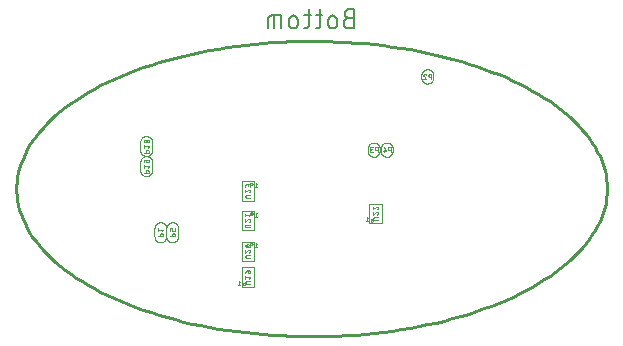
<source format=gtl>
G04 EAGLE Gerber RS-274X export*
G75*
%MOMM*%
%FSLAX34Y34*%
%LPD*%
%IN16_Bottom Assembly Drawing*%
%IPPOS*%
%AMOC8*
5,1,8,0,0,1.08239X$1,22.5*%
G01*
%ADD10C,0.152400*%
%ADD11C,0.100000*%
%ADD12C,0.076200*%
%ADD13C,0.050800*%
%ADD14C,0.254000*%


D10*
X286238Y269793D02*
X281722Y269793D01*
X281722Y269794D02*
X281589Y269792D01*
X281457Y269786D01*
X281325Y269776D01*
X281193Y269763D01*
X281061Y269745D01*
X280931Y269724D01*
X280800Y269699D01*
X280671Y269670D01*
X280543Y269637D01*
X280415Y269601D01*
X280289Y269561D01*
X280164Y269517D01*
X280040Y269469D01*
X279918Y269418D01*
X279797Y269363D01*
X279678Y269305D01*
X279560Y269243D01*
X279445Y269178D01*
X279331Y269109D01*
X279220Y269038D01*
X279111Y268962D01*
X279004Y268884D01*
X278899Y268803D01*
X278797Y268718D01*
X278697Y268631D01*
X278600Y268541D01*
X278505Y268448D01*
X278414Y268352D01*
X278325Y268254D01*
X278239Y268153D01*
X278156Y268049D01*
X278076Y267943D01*
X278000Y267835D01*
X277926Y267725D01*
X277856Y267612D01*
X277789Y267498D01*
X277726Y267381D01*
X277666Y267263D01*
X277609Y267143D01*
X277556Y267021D01*
X277507Y266898D01*
X277461Y266774D01*
X277419Y266648D01*
X277381Y266521D01*
X277346Y266393D01*
X277315Y266264D01*
X277288Y266135D01*
X277265Y266004D01*
X277245Y265873D01*
X277230Y265741D01*
X277218Y265609D01*
X277210Y265477D01*
X277206Y265344D01*
X277206Y265212D01*
X277210Y265079D01*
X277218Y264947D01*
X277230Y264815D01*
X277245Y264683D01*
X277265Y264552D01*
X277288Y264421D01*
X277315Y264292D01*
X277346Y264163D01*
X277381Y264035D01*
X277419Y263908D01*
X277461Y263782D01*
X277507Y263658D01*
X277556Y263535D01*
X277609Y263413D01*
X277666Y263293D01*
X277726Y263175D01*
X277789Y263058D01*
X277856Y262944D01*
X277926Y262831D01*
X278000Y262721D01*
X278076Y262613D01*
X278156Y262507D01*
X278239Y262403D01*
X278325Y262302D01*
X278414Y262204D01*
X278505Y262108D01*
X278600Y262015D01*
X278697Y261925D01*
X278797Y261838D01*
X278899Y261753D01*
X279004Y261672D01*
X279111Y261594D01*
X279220Y261518D01*
X279331Y261447D01*
X279445Y261378D01*
X279560Y261313D01*
X279678Y261251D01*
X279797Y261193D01*
X279918Y261138D01*
X280040Y261087D01*
X280164Y261039D01*
X280289Y260995D01*
X280415Y260955D01*
X280543Y260919D01*
X280671Y260886D01*
X280800Y260857D01*
X280931Y260832D01*
X281061Y260811D01*
X281193Y260793D01*
X281325Y260780D01*
X281457Y260770D01*
X281589Y260764D01*
X281722Y260762D01*
X286238Y260762D01*
X286238Y277018D01*
X281722Y277018D01*
X281603Y277016D01*
X281483Y277010D01*
X281364Y277000D01*
X281246Y276986D01*
X281127Y276969D01*
X281010Y276947D01*
X280893Y276922D01*
X280778Y276892D01*
X280663Y276859D01*
X280549Y276822D01*
X280437Y276782D01*
X280326Y276737D01*
X280217Y276689D01*
X280109Y276638D01*
X280003Y276583D01*
X279899Y276524D01*
X279797Y276462D01*
X279697Y276397D01*
X279599Y276328D01*
X279503Y276256D01*
X279410Y276181D01*
X279320Y276104D01*
X279232Y276023D01*
X279147Y275939D01*
X279065Y275852D01*
X278985Y275763D01*
X278909Y275671D01*
X278835Y275577D01*
X278765Y275480D01*
X278698Y275382D01*
X278634Y275281D01*
X278574Y275177D01*
X278517Y275072D01*
X278464Y274965D01*
X278414Y274857D01*
X278368Y274747D01*
X278326Y274635D01*
X278287Y274522D01*
X278252Y274408D01*
X278221Y274293D01*
X278193Y274176D01*
X278170Y274059D01*
X278150Y273942D01*
X278134Y273823D01*
X278122Y273704D01*
X278114Y273585D01*
X278110Y273466D01*
X278110Y273346D01*
X278114Y273227D01*
X278122Y273108D01*
X278134Y272989D01*
X278150Y272870D01*
X278170Y272753D01*
X278193Y272636D01*
X278221Y272519D01*
X278252Y272404D01*
X278287Y272290D01*
X278326Y272177D01*
X278368Y272065D01*
X278414Y271955D01*
X278464Y271847D01*
X278517Y271740D01*
X278574Y271635D01*
X278634Y271531D01*
X278698Y271430D01*
X278765Y271332D01*
X278835Y271235D01*
X278909Y271141D01*
X278985Y271049D01*
X279065Y270960D01*
X279147Y270873D01*
X279232Y270789D01*
X279320Y270708D01*
X279410Y270631D01*
X279503Y270556D01*
X279599Y270484D01*
X279697Y270415D01*
X279797Y270350D01*
X279899Y270288D01*
X280003Y270229D01*
X280109Y270174D01*
X280217Y270123D01*
X280326Y270075D01*
X280437Y270030D01*
X280549Y269990D01*
X280663Y269953D01*
X280778Y269920D01*
X280893Y269890D01*
X281010Y269865D01*
X281127Y269843D01*
X281246Y269826D01*
X281364Y269812D01*
X281483Y269802D01*
X281603Y269796D01*
X281722Y269794D01*
X271478Y267987D02*
X271478Y264374D01*
X271477Y267987D02*
X271475Y268106D01*
X271469Y268226D01*
X271459Y268345D01*
X271445Y268463D01*
X271428Y268582D01*
X271406Y268699D01*
X271381Y268816D01*
X271351Y268931D01*
X271318Y269046D01*
X271281Y269160D01*
X271241Y269272D01*
X271196Y269383D01*
X271148Y269492D01*
X271097Y269600D01*
X271042Y269706D01*
X270983Y269810D01*
X270921Y269912D01*
X270856Y270012D01*
X270787Y270110D01*
X270715Y270206D01*
X270640Y270299D01*
X270563Y270389D01*
X270482Y270477D01*
X270398Y270562D01*
X270311Y270644D01*
X270222Y270724D01*
X270130Y270800D01*
X270036Y270874D01*
X269939Y270944D01*
X269841Y271011D01*
X269740Y271075D01*
X269636Y271135D01*
X269531Y271192D01*
X269424Y271245D01*
X269316Y271295D01*
X269206Y271341D01*
X269094Y271383D01*
X268981Y271422D01*
X268867Y271457D01*
X268752Y271488D01*
X268635Y271516D01*
X268518Y271539D01*
X268401Y271559D01*
X268282Y271575D01*
X268163Y271587D01*
X268044Y271595D01*
X267925Y271599D01*
X267805Y271599D01*
X267686Y271595D01*
X267567Y271587D01*
X267448Y271575D01*
X267329Y271559D01*
X267212Y271539D01*
X267095Y271516D01*
X266978Y271488D01*
X266863Y271457D01*
X266749Y271422D01*
X266636Y271383D01*
X266524Y271341D01*
X266414Y271295D01*
X266306Y271245D01*
X266199Y271192D01*
X266094Y271135D01*
X265990Y271075D01*
X265889Y271011D01*
X265791Y270944D01*
X265694Y270874D01*
X265600Y270800D01*
X265508Y270724D01*
X265419Y270644D01*
X265332Y270562D01*
X265248Y270477D01*
X265167Y270389D01*
X265090Y270299D01*
X265015Y270206D01*
X264943Y270110D01*
X264874Y270012D01*
X264809Y269912D01*
X264747Y269810D01*
X264688Y269706D01*
X264633Y269600D01*
X264582Y269492D01*
X264534Y269383D01*
X264489Y269272D01*
X264449Y269160D01*
X264412Y269046D01*
X264379Y268931D01*
X264349Y268816D01*
X264324Y268699D01*
X264302Y268582D01*
X264285Y268463D01*
X264271Y268345D01*
X264261Y268226D01*
X264255Y268106D01*
X264253Y267987D01*
X264253Y264374D01*
X264255Y264255D01*
X264261Y264135D01*
X264271Y264016D01*
X264285Y263898D01*
X264302Y263779D01*
X264324Y263662D01*
X264349Y263545D01*
X264379Y263430D01*
X264412Y263315D01*
X264449Y263201D01*
X264489Y263089D01*
X264534Y262978D01*
X264582Y262869D01*
X264633Y262761D01*
X264688Y262655D01*
X264747Y262551D01*
X264809Y262449D01*
X264874Y262349D01*
X264943Y262251D01*
X265015Y262155D01*
X265090Y262062D01*
X265167Y261972D01*
X265248Y261884D01*
X265332Y261799D01*
X265419Y261717D01*
X265508Y261637D01*
X265600Y261561D01*
X265694Y261487D01*
X265791Y261417D01*
X265889Y261350D01*
X265990Y261286D01*
X266094Y261226D01*
X266199Y261169D01*
X266306Y261116D01*
X266414Y261066D01*
X266524Y261020D01*
X266636Y260978D01*
X266749Y260939D01*
X266863Y260904D01*
X266978Y260873D01*
X267095Y260845D01*
X267212Y260822D01*
X267329Y260802D01*
X267448Y260786D01*
X267567Y260774D01*
X267686Y260766D01*
X267805Y260762D01*
X267925Y260762D01*
X268044Y260766D01*
X268163Y260774D01*
X268282Y260786D01*
X268401Y260802D01*
X268518Y260822D01*
X268635Y260845D01*
X268752Y260873D01*
X268867Y260904D01*
X268981Y260939D01*
X269094Y260978D01*
X269206Y261020D01*
X269316Y261066D01*
X269424Y261116D01*
X269531Y261169D01*
X269636Y261226D01*
X269740Y261286D01*
X269841Y261350D01*
X269939Y261417D01*
X270036Y261487D01*
X270130Y261561D01*
X270222Y261637D01*
X270311Y261717D01*
X270398Y261799D01*
X270482Y261884D01*
X270563Y261972D01*
X270640Y262062D01*
X270715Y262155D01*
X270787Y262251D01*
X270856Y262349D01*
X270921Y262449D01*
X270983Y262551D01*
X271042Y262655D01*
X271097Y262761D01*
X271148Y262869D01*
X271196Y262978D01*
X271241Y263089D01*
X271281Y263201D01*
X271318Y263315D01*
X271351Y263430D01*
X271381Y263545D01*
X271406Y263662D01*
X271428Y263779D01*
X271445Y263898D01*
X271459Y264016D01*
X271469Y264135D01*
X271475Y264255D01*
X271477Y264374D01*
X259228Y271599D02*
X253809Y271599D01*
X257422Y277018D02*
X257422Y263471D01*
X257421Y263471D02*
X257419Y263370D01*
X257413Y263269D01*
X257404Y263168D01*
X257391Y263067D01*
X257374Y262967D01*
X257353Y262868D01*
X257329Y262770D01*
X257301Y262673D01*
X257269Y262576D01*
X257234Y262481D01*
X257195Y262388D01*
X257153Y262296D01*
X257107Y262205D01*
X257058Y262116D01*
X257006Y262030D01*
X256950Y261945D01*
X256892Y261862D01*
X256830Y261782D01*
X256765Y261704D01*
X256698Y261628D01*
X256628Y261555D01*
X256555Y261485D01*
X256479Y261418D01*
X256401Y261353D01*
X256321Y261291D01*
X256238Y261233D01*
X256153Y261177D01*
X256067Y261125D01*
X255978Y261076D01*
X255887Y261030D01*
X255795Y260988D01*
X255702Y260949D01*
X255607Y260914D01*
X255510Y260882D01*
X255413Y260854D01*
X255315Y260830D01*
X255216Y260809D01*
X255116Y260792D01*
X255015Y260779D01*
X254914Y260770D01*
X254813Y260764D01*
X254712Y260762D01*
X253809Y260762D01*
X249328Y271599D02*
X243910Y271599D01*
X247522Y277018D02*
X247522Y263471D01*
X247520Y263370D01*
X247514Y263269D01*
X247505Y263168D01*
X247492Y263067D01*
X247475Y262967D01*
X247454Y262868D01*
X247430Y262770D01*
X247402Y262673D01*
X247370Y262576D01*
X247335Y262481D01*
X247296Y262388D01*
X247254Y262296D01*
X247208Y262205D01*
X247159Y262116D01*
X247107Y262030D01*
X247051Y261945D01*
X246993Y261862D01*
X246931Y261782D01*
X246866Y261704D01*
X246799Y261628D01*
X246729Y261555D01*
X246656Y261485D01*
X246580Y261418D01*
X246502Y261353D01*
X246422Y261291D01*
X246339Y261233D01*
X246254Y261177D01*
X246168Y261125D01*
X246079Y261076D01*
X245988Y261030D01*
X245896Y260988D01*
X245803Y260949D01*
X245708Y260914D01*
X245611Y260882D01*
X245514Y260854D01*
X245416Y260830D01*
X245317Y260809D01*
X245217Y260792D01*
X245116Y260779D01*
X245015Y260770D01*
X244914Y260764D01*
X244813Y260762D01*
X243910Y260762D01*
X238131Y264374D02*
X238131Y267987D01*
X238129Y268106D01*
X238123Y268226D01*
X238113Y268345D01*
X238099Y268463D01*
X238082Y268582D01*
X238060Y268699D01*
X238035Y268816D01*
X238005Y268931D01*
X237972Y269046D01*
X237935Y269160D01*
X237895Y269272D01*
X237850Y269383D01*
X237802Y269492D01*
X237751Y269600D01*
X237696Y269706D01*
X237637Y269810D01*
X237575Y269912D01*
X237510Y270012D01*
X237441Y270110D01*
X237369Y270206D01*
X237294Y270299D01*
X237217Y270389D01*
X237136Y270477D01*
X237052Y270562D01*
X236965Y270644D01*
X236876Y270724D01*
X236784Y270800D01*
X236690Y270874D01*
X236593Y270944D01*
X236495Y271011D01*
X236394Y271075D01*
X236290Y271135D01*
X236185Y271192D01*
X236078Y271245D01*
X235970Y271295D01*
X235860Y271341D01*
X235748Y271383D01*
X235635Y271422D01*
X235521Y271457D01*
X235406Y271488D01*
X235289Y271516D01*
X235172Y271539D01*
X235055Y271559D01*
X234936Y271575D01*
X234817Y271587D01*
X234698Y271595D01*
X234579Y271599D01*
X234459Y271599D01*
X234340Y271595D01*
X234221Y271587D01*
X234102Y271575D01*
X233983Y271559D01*
X233866Y271539D01*
X233749Y271516D01*
X233632Y271488D01*
X233517Y271457D01*
X233403Y271422D01*
X233290Y271383D01*
X233178Y271341D01*
X233068Y271295D01*
X232960Y271245D01*
X232853Y271192D01*
X232748Y271135D01*
X232644Y271075D01*
X232543Y271011D01*
X232445Y270944D01*
X232348Y270874D01*
X232254Y270800D01*
X232162Y270724D01*
X232073Y270644D01*
X231986Y270562D01*
X231902Y270477D01*
X231821Y270389D01*
X231744Y270299D01*
X231669Y270206D01*
X231597Y270110D01*
X231528Y270012D01*
X231463Y269912D01*
X231401Y269810D01*
X231342Y269706D01*
X231287Y269600D01*
X231236Y269492D01*
X231188Y269383D01*
X231143Y269272D01*
X231103Y269160D01*
X231066Y269046D01*
X231033Y268931D01*
X231003Y268816D01*
X230978Y268699D01*
X230956Y268582D01*
X230939Y268463D01*
X230925Y268345D01*
X230915Y268226D01*
X230909Y268106D01*
X230907Y267987D01*
X230906Y267987D02*
X230906Y264374D01*
X230907Y264374D02*
X230909Y264255D01*
X230915Y264135D01*
X230925Y264016D01*
X230939Y263898D01*
X230956Y263779D01*
X230978Y263662D01*
X231003Y263545D01*
X231033Y263430D01*
X231066Y263315D01*
X231103Y263201D01*
X231143Y263089D01*
X231188Y262978D01*
X231236Y262869D01*
X231287Y262761D01*
X231342Y262655D01*
X231401Y262551D01*
X231463Y262449D01*
X231528Y262349D01*
X231597Y262251D01*
X231669Y262155D01*
X231744Y262062D01*
X231821Y261972D01*
X231902Y261884D01*
X231986Y261799D01*
X232073Y261717D01*
X232162Y261637D01*
X232254Y261561D01*
X232348Y261487D01*
X232445Y261417D01*
X232543Y261350D01*
X232644Y261286D01*
X232748Y261226D01*
X232853Y261169D01*
X232960Y261116D01*
X233068Y261066D01*
X233178Y261020D01*
X233290Y260978D01*
X233403Y260939D01*
X233517Y260904D01*
X233632Y260873D01*
X233749Y260845D01*
X233866Y260822D01*
X233983Y260802D01*
X234102Y260786D01*
X234221Y260774D01*
X234340Y260766D01*
X234459Y260762D01*
X234579Y260762D01*
X234698Y260766D01*
X234817Y260774D01*
X234936Y260786D01*
X235055Y260802D01*
X235172Y260822D01*
X235289Y260845D01*
X235406Y260873D01*
X235521Y260904D01*
X235635Y260939D01*
X235748Y260978D01*
X235860Y261020D01*
X235970Y261066D01*
X236078Y261116D01*
X236185Y261169D01*
X236290Y261226D01*
X236394Y261286D01*
X236495Y261350D01*
X236593Y261417D01*
X236690Y261487D01*
X236784Y261561D01*
X236876Y261637D01*
X236965Y261717D01*
X237052Y261799D01*
X237136Y261884D01*
X237217Y261972D01*
X237294Y262062D01*
X237369Y262155D01*
X237441Y262251D01*
X237510Y262349D01*
X237575Y262449D01*
X237637Y262551D01*
X237696Y262655D01*
X237751Y262761D01*
X237802Y262869D01*
X237850Y262978D01*
X237895Y263089D01*
X237935Y263201D01*
X237972Y263315D01*
X238005Y263430D01*
X238035Y263545D01*
X238060Y263662D01*
X238082Y263779D01*
X238099Y263898D01*
X238113Y264016D01*
X238123Y264135D01*
X238129Y264255D01*
X238131Y264374D01*
X223785Y260762D02*
X223785Y271599D01*
X215657Y271599D01*
X215556Y271597D01*
X215455Y271591D01*
X215354Y271582D01*
X215253Y271569D01*
X215153Y271552D01*
X215054Y271531D01*
X214956Y271507D01*
X214859Y271479D01*
X214762Y271447D01*
X214667Y271412D01*
X214574Y271373D01*
X214482Y271331D01*
X214391Y271285D01*
X214303Y271236D01*
X214216Y271184D01*
X214131Y271128D01*
X214048Y271070D01*
X213968Y271008D01*
X213890Y270943D01*
X213814Y270876D01*
X213741Y270806D01*
X213671Y270733D01*
X213604Y270657D01*
X213539Y270579D01*
X213477Y270499D01*
X213419Y270416D01*
X213363Y270331D01*
X213311Y270245D01*
X213262Y270156D01*
X213216Y270065D01*
X213174Y269973D01*
X213135Y269880D01*
X213100Y269785D01*
X213068Y269688D01*
X213040Y269591D01*
X213016Y269493D01*
X212995Y269394D01*
X212978Y269294D01*
X212965Y269193D01*
X212956Y269092D01*
X212950Y268991D01*
X212948Y268890D01*
X212948Y260762D01*
X218366Y260762D02*
X218366Y271599D01*
D11*
X115000Y157500D02*
X114998Y157360D01*
X114992Y157220D01*
X114982Y157080D01*
X114969Y156940D01*
X114951Y156801D01*
X114929Y156662D01*
X114904Y156525D01*
X114875Y156387D01*
X114842Y156251D01*
X114805Y156116D01*
X114764Y155982D01*
X114719Y155849D01*
X114671Y155717D01*
X114619Y155587D01*
X114564Y155458D01*
X114505Y155331D01*
X114442Y155205D01*
X114376Y155081D01*
X114307Y154960D01*
X114234Y154840D01*
X114157Y154722D01*
X114078Y154607D01*
X113995Y154493D01*
X113909Y154383D01*
X113820Y154274D01*
X113728Y154168D01*
X113633Y154065D01*
X113536Y153964D01*
X113435Y153867D01*
X113332Y153772D01*
X113226Y153680D01*
X113117Y153591D01*
X113007Y153505D01*
X112893Y153422D01*
X112778Y153343D01*
X112660Y153266D01*
X112540Y153193D01*
X112419Y153124D01*
X112295Y153058D01*
X112169Y152995D01*
X112042Y152936D01*
X111913Y152881D01*
X111783Y152829D01*
X111651Y152781D01*
X111518Y152736D01*
X111384Y152695D01*
X111249Y152658D01*
X111113Y152625D01*
X110975Y152596D01*
X110838Y152571D01*
X110699Y152549D01*
X110560Y152531D01*
X110420Y152518D01*
X110280Y152508D01*
X110140Y152502D01*
X110000Y152500D01*
X109860Y152502D01*
X109720Y152508D01*
X109580Y152518D01*
X109440Y152531D01*
X109301Y152549D01*
X109162Y152571D01*
X109025Y152596D01*
X108887Y152625D01*
X108751Y152658D01*
X108616Y152695D01*
X108482Y152736D01*
X108349Y152781D01*
X108217Y152829D01*
X108087Y152881D01*
X107958Y152936D01*
X107831Y152995D01*
X107705Y153058D01*
X107581Y153124D01*
X107460Y153193D01*
X107340Y153266D01*
X107222Y153343D01*
X107107Y153422D01*
X106993Y153505D01*
X106883Y153591D01*
X106774Y153680D01*
X106668Y153772D01*
X106565Y153867D01*
X106464Y153964D01*
X106367Y154065D01*
X106272Y154168D01*
X106180Y154274D01*
X106091Y154383D01*
X106005Y154493D01*
X105922Y154607D01*
X105843Y154722D01*
X105766Y154840D01*
X105693Y154960D01*
X105624Y155081D01*
X105558Y155205D01*
X105495Y155331D01*
X105436Y155458D01*
X105381Y155587D01*
X105329Y155717D01*
X105281Y155849D01*
X105236Y155982D01*
X105195Y156116D01*
X105158Y156251D01*
X105125Y156387D01*
X105096Y156525D01*
X105071Y156662D01*
X105049Y156801D01*
X105031Y156940D01*
X105018Y157080D01*
X105008Y157220D01*
X105002Y157360D01*
X105000Y157500D01*
X105000Y164500D01*
X105002Y164640D01*
X105008Y164780D01*
X105018Y164920D01*
X105031Y165060D01*
X105049Y165199D01*
X105071Y165338D01*
X105096Y165475D01*
X105125Y165613D01*
X105158Y165749D01*
X105195Y165884D01*
X105236Y166018D01*
X105281Y166151D01*
X105329Y166283D01*
X105381Y166413D01*
X105436Y166542D01*
X105495Y166669D01*
X105558Y166795D01*
X105624Y166919D01*
X105693Y167040D01*
X105766Y167160D01*
X105843Y167278D01*
X105922Y167393D01*
X106005Y167507D01*
X106091Y167617D01*
X106180Y167726D01*
X106272Y167832D01*
X106367Y167935D01*
X106464Y168036D01*
X106565Y168133D01*
X106668Y168228D01*
X106774Y168320D01*
X106883Y168409D01*
X106993Y168495D01*
X107107Y168578D01*
X107222Y168657D01*
X107340Y168734D01*
X107460Y168807D01*
X107581Y168876D01*
X107705Y168942D01*
X107831Y169005D01*
X107958Y169064D01*
X108087Y169119D01*
X108217Y169171D01*
X108349Y169219D01*
X108482Y169264D01*
X108616Y169305D01*
X108751Y169342D01*
X108887Y169375D01*
X109025Y169404D01*
X109162Y169429D01*
X109301Y169451D01*
X109440Y169469D01*
X109580Y169482D01*
X109720Y169492D01*
X109860Y169498D01*
X110000Y169500D01*
X110140Y169498D01*
X110280Y169492D01*
X110420Y169482D01*
X110560Y169469D01*
X110699Y169451D01*
X110838Y169429D01*
X110975Y169404D01*
X111113Y169375D01*
X111249Y169342D01*
X111384Y169305D01*
X111518Y169264D01*
X111651Y169219D01*
X111783Y169171D01*
X111913Y169119D01*
X112042Y169064D01*
X112169Y169005D01*
X112295Y168942D01*
X112419Y168876D01*
X112540Y168807D01*
X112660Y168734D01*
X112778Y168657D01*
X112893Y168578D01*
X113007Y168495D01*
X113117Y168409D01*
X113226Y168320D01*
X113332Y168228D01*
X113435Y168133D01*
X113536Y168036D01*
X113633Y167935D01*
X113728Y167832D01*
X113820Y167726D01*
X113909Y167617D01*
X113995Y167507D01*
X114078Y167393D01*
X114157Y167278D01*
X114234Y167160D01*
X114307Y167040D01*
X114376Y166919D01*
X114442Y166795D01*
X114505Y166669D01*
X114564Y166542D01*
X114619Y166413D01*
X114671Y166283D01*
X114719Y166151D01*
X114764Y166018D01*
X114805Y165884D01*
X114842Y165749D01*
X114875Y165613D01*
X114904Y165475D01*
X114929Y165338D01*
X114951Y165199D01*
X114969Y165060D01*
X114982Y164920D01*
X114992Y164780D01*
X114998Y164640D01*
X115000Y164500D01*
X115000Y157500D01*
D12*
X112119Y155446D02*
X107881Y155446D01*
X112119Y155446D02*
X112119Y156623D01*
X112117Y156690D01*
X112111Y156757D01*
X112102Y156824D01*
X112088Y156890D01*
X112071Y156955D01*
X112051Y157019D01*
X112026Y157081D01*
X111998Y157142D01*
X111967Y157202D01*
X111932Y157259D01*
X111894Y157315D01*
X111853Y157368D01*
X111809Y157419D01*
X111762Y157467D01*
X111713Y157513D01*
X111661Y157555D01*
X111606Y157595D01*
X111550Y157631D01*
X111491Y157664D01*
X111431Y157694D01*
X111369Y157720D01*
X111306Y157742D01*
X111241Y157761D01*
X111176Y157777D01*
X111110Y157788D01*
X111043Y157796D01*
X110976Y157800D01*
X110908Y157800D01*
X110841Y157796D01*
X110774Y157788D01*
X110708Y157777D01*
X110643Y157761D01*
X110578Y157742D01*
X110515Y157720D01*
X110453Y157694D01*
X110393Y157664D01*
X110334Y157631D01*
X110278Y157595D01*
X110223Y157555D01*
X110171Y157513D01*
X110122Y157467D01*
X110075Y157419D01*
X110031Y157368D01*
X109990Y157315D01*
X109952Y157259D01*
X109917Y157202D01*
X109886Y157142D01*
X109858Y157081D01*
X109833Y157019D01*
X109813Y156955D01*
X109796Y156890D01*
X109782Y156824D01*
X109773Y156757D01*
X109767Y156690D01*
X109765Y156623D01*
X109765Y155446D01*
X111177Y159699D02*
X112119Y160877D01*
X107881Y160877D01*
X107881Y162054D02*
X107881Y159699D01*
X110000Y164200D02*
X110113Y164202D01*
X110226Y164207D01*
X110339Y164216D01*
X110451Y164229D01*
X110563Y164246D01*
X110675Y164266D01*
X110785Y164289D01*
X110895Y164317D01*
X111004Y164347D01*
X111112Y164382D01*
X111218Y164419D01*
X111324Y164461D01*
X111428Y164505D01*
X111530Y164553D01*
X111584Y164573D01*
X111635Y164597D01*
X111685Y164624D01*
X111734Y164654D01*
X111780Y164687D01*
X111824Y164723D01*
X111865Y164762D01*
X111904Y164804D01*
X111940Y164848D01*
X111973Y164894D01*
X112003Y164942D01*
X112030Y164993D01*
X112053Y165044D01*
X112073Y165098D01*
X112089Y165152D01*
X112102Y165207D01*
X112112Y165264D01*
X112117Y165320D01*
X112119Y165377D01*
X112117Y165434D01*
X112112Y165490D01*
X112102Y165547D01*
X112089Y165602D01*
X112073Y165656D01*
X112053Y165710D01*
X112030Y165761D01*
X112003Y165812D01*
X111973Y165860D01*
X111940Y165906D01*
X111904Y165950D01*
X111865Y165992D01*
X111824Y166031D01*
X111780Y166067D01*
X111734Y166100D01*
X111685Y166130D01*
X111635Y166157D01*
X111584Y166181D01*
X111530Y166201D01*
X111428Y166249D01*
X111324Y166293D01*
X111218Y166335D01*
X111112Y166372D01*
X111004Y166407D01*
X110895Y166437D01*
X110785Y166465D01*
X110675Y166488D01*
X110563Y166508D01*
X110451Y166525D01*
X110339Y166538D01*
X110226Y166547D01*
X110113Y166552D01*
X110000Y166554D01*
X110000Y164199D02*
X109887Y164201D01*
X109774Y164206D01*
X109661Y164215D01*
X109549Y164228D01*
X109437Y164245D01*
X109325Y164265D01*
X109215Y164288D01*
X109105Y164316D01*
X108996Y164346D01*
X108888Y164381D01*
X108781Y164418D01*
X108676Y164460D01*
X108572Y164504D01*
X108469Y164552D01*
X108469Y164553D02*
X108416Y164573D01*
X108365Y164597D01*
X108315Y164624D01*
X108266Y164654D01*
X108220Y164687D01*
X108176Y164723D01*
X108135Y164762D01*
X108096Y164804D01*
X108060Y164848D01*
X108027Y164894D01*
X107997Y164942D01*
X107970Y164993D01*
X107947Y165044D01*
X107927Y165098D01*
X107911Y165152D01*
X107898Y165207D01*
X107888Y165264D01*
X107883Y165320D01*
X107881Y165377D01*
X108470Y166200D02*
X108572Y166248D01*
X108676Y166292D01*
X108782Y166334D01*
X108888Y166371D01*
X108996Y166406D01*
X109105Y166436D01*
X109215Y166464D01*
X109325Y166487D01*
X109437Y166507D01*
X109549Y166524D01*
X109661Y166537D01*
X109774Y166546D01*
X109887Y166551D01*
X110000Y166553D01*
X108470Y166201D02*
X108416Y166181D01*
X108365Y166157D01*
X108315Y166130D01*
X108266Y166100D01*
X108220Y166067D01*
X108176Y166031D01*
X108135Y165992D01*
X108096Y165950D01*
X108060Y165906D01*
X108027Y165860D01*
X107997Y165812D01*
X107970Y165761D01*
X107947Y165710D01*
X107927Y165656D01*
X107911Y165602D01*
X107898Y165547D01*
X107888Y165490D01*
X107883Y165434D01*
X107881Y165377D01*
X108823Y164435D02*
X111177Y166318D01*
D11*
X115000Y147500D02*
X114998Y147640D01*
X114992Y147780D01*
X114982Y147920D01*
X114969Y148060D01*
X114951Y148199D01*
X114929Y148338D01*
X114904Y148475D01*
X114875Y148613D01*
X114842Y148749D01*
X114805Y148884D01*
X114764Y149018D01*
X114719Y149151D01*
X114671Y149283D01*
X114619Y149413D01*
X114564Y149542D01*
X114505Y149669D01*
X114442Y149795D01*
X114376Y149919D01*
X114307Y150040D01*
X114234Y150160D01*
X114157Y150278D01*
X114078Y150393D01*
X113995Y150507D01*
X113909Y150617D01*
X113820Y150726D01*
X113728Y150832D01*
X113633Y150935D01*
X113536Y151036D01*
X113435Y151133D01*
X113332Y151228D01*
X113226Y151320D01*
X113117Y151409D01*
X113007Y151495D01*
X112893Y151578D01*
X112778Y151657D01*
X112660Y151734D01*
X112540Y151807D01*
X112419Y151876D01*
X112295Y151942D01*
X112169Y152005D01*
X112042Y152064D01*
X111913Y152119D01*
X111783Y152171D01*
X111651Y152219D01*
X111518Y152264D01*
X111384Y152305D01*
X111249Y152342D01*
X111113Y152375D01*
X110975Y152404D01*
X110838Y152429D01*
X110699Y152451D01*
X110560Y152469D01*
X110420Y152482D01*
X110280Y152492D01*
X110140Y152498D01*
X110000Y152500D01*
X109860Y152498D01*
X109720Y152492D01*
X109580Y152482D01*
X109440Y152469D01*
X109301Y152451D01*
X109162Y152429D01*
X109025Y152404D01*
X108887Y152375D01*
X108751Y152342D01*
X108616Y152305D01*
X108482Y152264D01*
X108349Y152219D01*
X108217Y152171D01*
X108087Y152119D01*
X107958Y152064D01*
X107831Y152005D01*
X107705Y151942D01*
X107581Y151876D01*
X107460Y151807D01*
X107340Y151734D01*
X107222Y151657D01*
X107107Y151578D01*
X106993Y151495D01*
X106883Y151409D01*
X106774Y151320D01*
X106668Y151228D01*
X106565Y151133D01*
X106464Y151036D01*
X106367Y150935D01*
X106272Y150832D01*
X106180Y150726D01*
X106091Y150617D01*
X106005Y150507D01*
X105922Y150393D01*
X105843Y150278D01*
X105766Y150160D01*
X105693Y150040D01*
X105624Y149919D01*
X105558Y149795D01*
X105495Y149669D01*
X105436Y149542D01*
X105381Y149413D01*
X105329Y149283D01*
X105281Y149151D01*
X105236Y149018D01*
X105195Y148884D01*
X105158Y148749D01*
X105125Y148613D01*
X105096Y148475D01*
X105071Y148338D01*
X105049Y148199D01*
X105031Y148060D01*
X105018Y147920D01*
X105008Y147780D01*
X105002Y147640D01*
X105000Y147500D01*
X115000Y147500D02*
X115000Y140500D01*
X114998Y140360D01*
X114992Y140220D01*
X114982Y140080D01*
X114969Y139940D01*
X114951Y139801D01*
X114929Y139662D01*
X114904Y139525D01*
X114875Y139387D01*
X114842Y139251D01*
X114805Y139116D01*
X114764Y138982D01*
X114719Y138849D01*
X114671Y138717D01*
X114619Y138587D01*
X114564Y138458D01*
X114505Y138331D01*
X114442Y138205D01*
X114376Y138081D01*
X114307Y137960D01*
X114234Y137840D01*
X114157Y137722D01*
X114078Y137607D01*
X113995Y137493D01*
X113909Y137383D01*
X113820Y137274D01*
X113728Y137168D01*
X113633Y137065D01*
X113536Y136964D01*
X113435Y136867D01*
X113332Y136772D01*
X113226Y136680D01*
X113117Y136591D01*
X113007Y136505D01*
X112893Y136422D01*
X112778Y136343D01*
X112660Y136266D01*
X112540Y136193D01*
X112419Y136124D01*
X112295Y136058D01*
X112169Y135995D01*
X112042Y135936D01*
X111913Y135881D01*
X111783Y135829D01*
X111651Y135781D01*
X111518Y135736D01*
X111384Y135695D01*
X111249Y135658D01*
X111113Y135625D01*
X110975Y135596D01*
X110838Y135571D01*
X110699Y135549D01*
X110560Y135531D01*
X110420Y135518D01*
X110280Y135508D01*
X110140Y135502D01*
X110000Y135500D01*
X109860Y135502D01*
X109720Y135508D01*
X109580Y135518D01*
X109440Y135531D01*
X109301Y135549D01*
X109162Y135571D01*
X109025Y135596D01*
X108887Y135625D01*
X108751Y135658D01*
X108616Y135695D01*
X108482Y135736D01*
X108349Y135781D01*
X108217Y135829D01*
X108087Y135881D01*
X107958Y135936D01*
X107831Y135995D01*
X107705Y136058D01*
X107581Y136124D01*
X107460Y136193D01*
X107340Y136266D01*
X107222Y136343D01*
X107107Y136422D01*
X106993Y136505D01*
X106883Y136591D01*
X106774Y136680D01*
X106668Y136772D01*
X106565Y136867D01*
X106464Y136964D01*
X106367Y137065D01*
X106272Y137168D01*
X106180Y137274D01*
X106091Y137383D01*
X106005Y137493D01*
X105922Y137607D01*
X105843Y137722D01*
X105766Y137840D01*
X105693Y137960D01*
X105624Y138081D01*
X105558Y138205D01*
X105495Y138331D01*
X105436Y138458D01*
X105381Y138587D01*
X105329Y138717D01*
X105281Y138849D01*
X105236Y138982D01*
X105195Y139116D01*
X105158Y139251D01*
X105125Y139387D01*
X105096Y139525D01*
X105071Y139662D01*
X105049Y139801D01*
X105031Y139940D01*
X105018Y140080D01*
X105008Y140220D01*
X105002Y140360D01*
X105000Y140500D01*
X105000Y147500D01*
D12*
X107881Y138446D02*
X112119Y138446D01*
X112119Y139623D01*
X112117Y139690D01*
X112111Y139757D01*
X112102Y139824D01*
X112088Y139890D01*
X112071Y139955D01*
X112051Y140019D01*
X112026Y140081D01*
X111998Y140142D01*
X111967Y140202D01*
X111932Y140259D01*
X111894Y140315D01*
X111853Y140368D01*
X111809Y140419D01*
X111762Y140467D01*
X111713Y140513D01*
X111661Y140555D01*
X111606Y140595D01*
X111550Y140631D01*
X111491Y140664D01*
X111431Y140694D01*
X111369Y140720D01*
X111306Y140742D01*
X111241Y140761D01*
X111176Y140777D01*
X111110Y140788D01*
X111043Y140796D01*
X110976Y140800D01*
X110908Y140800D01*
X110841Y140796D01*
X110774Y140788D01*
X110708Y140777D01*
X110643Y140761D01*
X110578Y140742D01*
X110515Y140720D01*
X110453Y140694D01*
X110393Y140664D01*
X110334Y140631D01*
X110278Y140595D01*
X110223Y140555D01*
X110171Y140513D01*
X110122Y140467D01*
X110075Y140419D01*
X110031Y140368D01*
X109990Y140315D01*
X109952Y140259D01*
X109917Y140202D01*
X109886Y140142D01*
X109858Y140081D01*
X109833Y140019D01*
X109813Y139955D01*
X109796Y139890D01*
X109782Y139824D01*
X109773Y139757D01*
X109767Y139690D01*
X109765Y139623D01*
X109765Y138446D01*
X111177Y142699D02*
X112119Y143877D01*
X107881Y143877D01*
X107881Y145054D02*
X107881Y142699D01*
X109765Y148141D02*
X109765Y149554D01*
X109764Y148141D02*
X109766Y148082D01*
X109771Y148023D01*
X109781Y147964D01*
X109794Y147907D01*
X109810Y147850D01*
X109830Y147794D01*
X109854Y147740D01*
X109881Y147687D01*
X109911Y147636D01*
X109944Y147587D01*
X109980Y147541D01*
X110019Y147496D01*
X110061Y147454D01*
X110106Y147415D01*
X110152Y147379D01*
X110201Y147346D01*
X110252Y147316D01*
X110305Y147289D01*
X110359Y147265D01*
X110415Y147245D01*
X110472Y147229D01*
X110530Y147216D01*
X110588Y147206D01*
X110647Y147201D01*
X110706Y147199D01*
X110942Y147199D01*
X110942Y147200D02*
X111009Y147202D01*
X111076Y147208D01*
X111143Y147217D01*
X111209Y147231D01*
X111274Y147248D01*
X111338Y147268D01*
X111400Y147293D01*
X111461Y147321D01*
X111521Y147352D01*
X111578Y147387D01*
X111634Y147425D01*
X111687Y147466D01*
X111738Y147510D01*
X111786Y147557D01*
X111832Y147606D01*
X111874Y147658D01*
X111914Y147713D01*
X111950Y147769D01*
X111983Y147828D01*
X112013Y147888D01*
X112039Y147950D01*
X112061Y148013D01*
X112080Y148078D01*
X112096Y148143D01*
X112107Y148209D01*
X112115Y148276D01*
X112119Y148343D01*
X112119Y148411D01*
X112115Y148478D01*
X112107Y148545D01*
X112096Y148611D01*
X112080Y148676D01*
X112061Y148741D01*
X112039Y148804D01*
X112013Y148866D01*
X111983Y148926D01*
X111950Y148985D01*
X111914Y149041D01*
X111874Y149096D01*
X111832Y149148D01*
X111786Y149197D01*
X111738Y149244D01*
X111687Y149288D01*
X111634Y149329D01*
X111578Y149367D01*
X111521Y149402D01*
X111461Y149433D01*
X111400Y149461D01*
X111338Y149486D01*
X111274Y149506D01*
X111209Y149523D01*
X111143Y149537D01*
X111076Y149546D01*
X111009Y149552D01*
X110942Y149554D01*
X109765Y149554D01*
X109680Y149552D01*
X109596Y149546D01*
X109512Y149537D01*
X109429Y149524D01*
X109346Y149507D01*
X109264Y149486D01*
X109183Y149462D01*
X109103Y149434D01*
X109025Y149402D01*
X108948Y149367D01*
X108872Y149329D01*
X108799Y149287D01*
X108727Y149242D01*
X108658Y149194D01*
X108590Y149143D01*
X108525Y149089D01*
X108463Y149032D01*
X108403Y148972D01*
X108346Y148910D01*
X108292Y148845D01*
X108241Y148777D01*
X108193Y148708D01*
X108148Y148636D01*
X108106Y148563D01*
X108068Y148487D01*
X108033Y148410D01*
X108001Y148332D01*
X107973Y148252D01*
X107949Y148171D01*
X107928Y148089D01*
X107911Y148006D01*
X107898Y147923D01*
X107889Y147839D01*
X107883Y147755D01*
X107881Y147670D01*
D11*
X117000Y91500D02*
X117002Y91640D01*
X117008Y91780D01*
X117018Y91920D01*
X117031Y92060D01*
X117049Y92199D01*
X117071Y92338D01*
X117096Y92475D01*
X117125Y92613D01*
X117158Y92749D01*
X117195Y92884D01*
X117236Y93018D01*
X117281Y93151D01*
X117329Y93283D01*
X117381Y93413D01*
X117436Y93542D01*
X117495Y93669D01*
X117558Y93795D01*
X117624Y93919D01*
X117693Y94040D01*
X117766Y94160D01*
X117843Y94278D01*
X117922Y94393D01*
X118005Y94507D01*
X118091Y94617D01*
X118180Y94726D01*
X118272Y94832D01*
X118367Y94935D01*
X118464Y95036D01*
X118565Y95133D01*
X118668Y95228D01*
X118774Y95320D01*
X118883Y95409D01*
X118993Y95495D01*
X119107Y95578D01*
X119222Y95657D01*
X119340Y95734D01*
X119460Y95807D01*
X119581Y95876D01*
X119705Y95942D01*
X119831Y96005D01*
X119958Y96064D01*
X120087Y96119D01*
X120217Y96171D01*
X120349Y96219D01*
X120482Y96264D01*
X120616Y96305D01*
X120751Y96342D01*
X120887Y96375D01*
X121025Y96404D01*
X121162Y96429D01*
X121301Y96451D01*
X121440Y96469D01*
X121580Y96482D01*
X121720Y96492D01*
X121860Y96498D01*
X122000Y96500D01*
X122140Y96498D01*
X122280Y96492D01*
X122420Y96482D01*
X122560Y96469D01*
X122699Y96451D01*
X122838Y96429D01*
X122975Y96404D01*
X123113Y96375D01*
X123249Y96342D01*
X123384Y96305D01*
X123518Y96264D01*
X123651Y96219D01*
X123783Y96171D01*
X123913Y96119D01*
X124042Y96064D01*
X124169Y96005D01*
X124295Y95942D01*
X124419Y95876D01*
X124540Y95807D01*
X124660Y95734D01*
X124778Y95657D01*
X124893Y95578D01*
X125007Y95495D01*
X125117Y95409D01*
X125226Y95320D01*
X125332Y95228D01*
X125435Y95133D01*
X125536Y95036D01*
X125633Y94935D01*
X125728Y94832D01*
X125820Y94726D01*
X125909Y94617D01*
X125995Y94507D01*
X126078Y94393D01*
X126157Y94278D01*
X126234Y94160D01*
X126307Y94040D01*
X126376Y93919D01*
X126442Y93795D01*
X126505Y93669D01*
X126564Y93542D01*
X126619Y93413D01*
X126671Y93283D01*
X126719Y93151D01*
X126764Y93018D01*
X126805Y92884D01*
X126842Y92749D01*
X126875Y92613D01*
X126904Y92475D01*
X126929Y92338D01*
X126951Y92199D01*
X126969Y92060D01*
X126982Y91920D01*
X126992Y91780D01*
X126998Y91640D01*
X127000Y91500D01*
X127000Y84500D01*
X126998Y84360D01*
X126992Y84220D01*
X126982Y84080D01*
X126969Y83940D01*
X126951Y83801D01*
X126929Y83662D01*
X126904Y83525D01*
X126875Y83387D01*
X126842Y83251D01*
X126805Y83116D01*
X126764Y82982D01*
X126719Y82849D01*
X126671Y82717D01*
X126619Y82587D01*
X126564Y82458D01*
X126505Y82331D01*
X126442Y82205D01*
X126376Y82081D01*
X126307Y81960D01*
X126234Y81840D01*
X126157Y81722D01*
X126078Y81607D01*
X125995Y81493D01*
X125909Y81383D01*
X125820Y81274D01*
X125728Y81168D01*
X125633Y81065D01*
X125536Y80964D01*
X125435Y80867D01*
X125332Y80772D01*
X125226Y80680D01*
X125117Y80591D01*
X125007Y80505D01*
X124893Y80422D01*
X124778Y80343D01*
X124660Y80266D01*
X124540Y80193D01*
X124419Y80124D01*
X124295Y80058D01*
X124169Y79995D01*
X124042Y79936D01*
X123913Y79881D01*
X123783Y79829D01*
X123651Y79781D01*
X123518Y79736D01*
X123384Y79695D01*
X123249Y79658D01*
X123113Y79625D01*
X122975Y79596D01*
X122838Y79571D01*
X122699Y79549D01*
X122560Y79531D01*
X122420Y79518D01*
X122280Y79508D01*
X122140Y79502D01*
X122000Y79500D01*
X121860Y79502D01*
X121720Y79508D01*
X121580Y79518D01*
X121440Y79531D01*
X121301Y79549D01*
X121162Y79571D01*
X121025Y79596D01*
X120887Y79625D01*
X120751Y79658D01*
X120616Y79695D01*
X120482Y79736D01*
X120349Y79781D01*
X120217Y79829D01*
X120087Y79881D01*
X119958Y79936D01*
X119831Y79995D01*
X119705Y80058D01*
X119581Y80124D01*
X119460Y80193D01*
X119340Y80266D01*
X119222Y80343D01*
X119107Y80422D01*
X118993Y80505D01*
X118883Y80591D01*
X118774Y80680D01*
X118668Y80772D01*
X118565Y80867D01*
X118464Y80964D01*
X118367Y81065D01*
X118272Y81168D01*
X118180Y81274D01*
X118091Y81383D01*
X118005Y81493D01*
X117922Y81607D01*
X117843Y81722D01*
X117766Y81840D01*
X117693Y81960D01*
X117624Y82081D01*
X117558Y82205D01*
X117495Y82331D01*
X117436Y82458D01*
X117381Y82587D01*
X117329Y82717D01*
X117281Y82849D01*
X117236Y82982D01*
X117195Y83116D01*
X117158Y83251D01*
X117125Y83387D01*
X117096Y83525D01*
X117071Y83662D01*
X117049Y83801D01*
X117031Y83940D01*
X117018Y84080D01*
X117008Y84220D01*
X117002Y84360D01*
X117000Y84500D01*
X117000Y91500D01*
D12*
X119881Y84696D02*
X124119Y84696D01*
X124119Y85873D01*
X124117Y85940D01*
X124111Y86007D01*
X124102Y86074D01*
X124088Y86140D01*
X124071Y86205D01*
X124051Y86269D01*
X124026Y86331D01*
X123998Y86392D01*
X123967Y86452D01*
X123932Y86509D01*
X123894Y86565D01*
X123853Y86618D01*
X123809Y86669D01*
X123762Y86717D01*
X123713Y86763D01*
X123661Y86805D01*
X123606Y86845D01*
X123550Y86881D01*
X123491Y86914D01*
X123431Y86944D01*
X123369Y86970D01*
X123306Y86992D01*
X123241Y87011D01*
X123176Y87027D01*
X123110Y87038D01*
X123043Y87046D01*
X122976Y87050D01*
X122908Y87050D01*
X122841Y87046D01*
X122774Y87038D01*
X122708Y87027D01*
X122643Y87011D01*
X122578Y86992D01*
X122515Y86970D01*
X122453Y86944D01*
X122393Y86914D01*
X122334Y86881D01*
X122278Y86845D01*
X122223Y86805D01*
X122171Y86763D01*
X122122Y86717D01*
X122075Y86669D01*
X122031Y86618D01*
X121990Y86565D01*
X121952Y86509D01*
X121917Y86452D01*
X121886Y86392D01*
X121858Y86331D01*
X121833Y86269D01*
X121813Y86205D01*
X121796Y86140D01*
X121782Y86074D01*
X121773Y86007D01*
X121767Y85940D01*
X121765Y85873D01*
X121765Y84696D01*
X123177Y88949D02*
X124119Y90127D01*
X119881Y90127D01*
X119881Y91304D02*
X119881Y88949D01*
D11*
X307600Y157000D02*
X307600Y159000D01*
X307599Y159141D01*
X307594Y159282D01*
X307585Y159423D01*
X307572Y159563D01*
X307555Y159703D01*
X307534Y159842D01*
X307510Y159981D01*
X307481Y160119D01*
X307449Y160256D01*
X307412Y160392D01*
X307372Y160527D01*
X307328Y160661D01*
X307281Y160793D01*
X307229Y160924D01*
X307174Y161054D01*
X307116Y161182D01*
X307053Y161308D01*
X306987Y161433D01*
X306918Y161556D01*
X306845Y161676D01*
X306769Y161795D01*
X306690Y161911D01*
X306607Y162025D01*
X306521Y162137D01*
X306433Y162246D01*
X306341Y162353D01*
X306246Y162457D01*
X306148Y162558D01*
X306047Y162657D01*
X305944Y162752D01*
X305838Y162845D01*
X305729Y162935D01*
X305618Y163021D01*
X305504Y163105D01*
X305389Y163185D01*
X305271Y163262D01*
X305151Y163336D01*
X305028Y163406D01*
X304904Y163472D01*
X304778Y163536D01*
X304651Y163595D01*
X304521Y163651D01*
X304391Y163703D01*
X304258Y163752D01*
X304125Y163797D01*
X303990Y163838D01*
X303854Y163875D01*
X303717Y163909D01*
X303580Y163938D01*
X303441Y163964D01*
X303302Y163985D01*
X303162Y164003D01*
X303022Y164017D01*
X302882Y164027D01*
X302741Y164033D01*
X302600Y164035D01*
X302459Y164033D01*
X302318Y164027D01*
X302178Y164017D01*
X302038Y164003D01*
X301898Y163985D01*
X301759Y163964D01*
X301620Y163938D01*
X301483Y163909D01*
X301346Y163875D01*
X301210Y163838D01*
X301075Y163797D01*
X300942Y163752D01*
X300809Y163703D01*
X300679Y163651D01*
X300549Y163595D01*
X300422Y163536D01*
X300296Y163472D01*
X300172Y163406D01*
X300049Y163336D01*
X299929Y163262D01*
X299811Y163185D01*
X299696Y163105D01*
X299582Y163021D01*
X299471Y162935D01*
X299362Y162845D01*
X299256Y162752D01*
X299153Y162657D01*
X299052Y162558D01*
X298954Y162457D01*
X298859Y162353D01*
X298767Y162246D01*
X298679Y162137D01*
X298593Y162025D01*
X298510Y161911D01*
X298431Y161795D01*
X298355Y161676D01*
X298282Y161556D01*
X298213Y161433D01*
X298147Y161308D01*
X298084Y161182D01*
X298026Y161054D01*
X297971Y160924D01*
X297919Y160793D01*
X297872Y160661D01*
X297828Y160527D01*
X297788Y160392D01*
X297751Y160256D01*
X297719Y160119D01*
X297690Y159981D01*
X297666Y159842D01*
X297645Y159703D01*
X297628Y159563D01*
X297615Y159423D01*
X297606Y159282D01*
X297601Y159141D01*
X297600Y159000D01*
X297600Y157000D01*
X297601Y156860D01*
X297605Y156719D01*
X297613Y156580D01*
X297624Y156440D01*
X297640Y156301D01*
X297660Y156162D01*
X297684Y156024D01*
X297711Y155886D01*
X297742Y155750D01*
X297777Y155614D01*
X297816Y155479D01*
X297859Y155346D01*
X297905Y155213D01*
X297955Y155083D01*
X298009Y154953D01*
X298066Y154825D01*
X298127Y154699D01*
X298192Y154574D01*
X298260Y154452D01*
X298331Y154331D01*
X298406Y154212D01*
X298484Y154096D01*
X298565Y153982D01*
X298649Y153870D01*
X298736Y153760D01*
X298827Y153653D01*
X298920Y153549D01*
X299017Y153447D01*
X299116Y153348D01*
X299218Y153252D01*
X299322Y153158D01*
X299429Y153068D01*
X299539Y152980D01*
X299651Y152896D01*
X299765Y152815D01*
X299882Y152737D01*
X300001Y152663D01*
X300122Y152592D01*
X300244Y152524D01*
X300369Y152459D01*
X300495Y152399D01*
X300623Y152341D01*
X300753Y152288D01*
X300883Y152238D01*
X301016Y152192D01*
X301149Y152149D01*
X301284Y152110D01*
X301420Y152075D01*
X301556Y152044D01*
X301694Y152017D01*
X301832Y151993D01*
X301971Y151974D01*
X302110Y151958D01*
X302250Y151946D01*
X302390Y151938D01*
X302530Y151934D01*
X302670Y151934D01*
X302810Y151938D01*
X302950Y151946D01*
X303090Y151958D01*
X303229Y151974D01*
X303368Y151993D01*
X303506Y152017D01*
X303644Y152044D01*
X303780Y152075D01*
X303916Y152110D01*
X304051Y152149D01*
X304184Y152192D01*
X304317Y152238D01*
X304447Y152288D01*
X304577Y152341D01*
X304705Y152399D01*
X304831Y152459D01*
X304956Y152524D01*
X305078Y152592D01*
X305199Y152663D01*
X305318Y152737D01*
X305435Y152815D01*
X305549Y152896D01*
X305661Y152980D01*
X305771Y153068D01*
X305878Y153158D01*
X305982Y153252D01*
X306084Y153348D01*
X306183Y153447D01*
X306280Y153549D01*
X306373Y153653D01*
X306464Y153760D01*
X306551Y153870D01*
X306635Y153982D01*
X306716Y154096D01*
X306794Y154212D01*
X306869Y154331D01*
X306940Y154452D01*
X307008Y154574D01*
X307073Y154699D01*
X307134Y154825D01*
X307191Y154953D01*
X307245Y155083D01*
X307295Y155213D01*
X307341Y155346D01*
X307384Y155479D01*
X307423Y155614D01*
X307458Y155750D01*
X307489Y155886D01*
X307516Y156024D01*
X307540Y156162D01*
X307560Y156301D01*
X307576Y156440D01*
X307587Y156580D01*
X307595Y156719D01*
X307599Y156860D01*
X307600Y157000D01*
D12*
X305904Y155881D02*
X305904Y160119D01*
X304727Y160119D01*
X304660Y160117D01*
X304593Y160111D01*
X304526Y160102D01*
X304460Y160088D01*
X304395Y160071D01*
X304331Y160051D01*
X304269Y160026D01*
X304208Y159998D01*
X304148Y159967D01*
X304091Y159932D01*
X304035Y159894D01*
X303982Y159853D01*
X303931Y159809D01*
X303883Y159762D01*
X303837Y159713D01*
X303795Y159661D01*
X303755Y159606D01*
X303719Y159550D01*
X303686Y159491D01*
X303656Y159431D01*
X303630Y159369D01*
X303608Y159306D01*
X303589Y159241D01*
X303573Y159176D01*
X303562Y159110D01*
X303554Y159043D01*
X303550Y158976D01*
X303550Y158908D01*
X303554Y158841D01*
X303562Y158774D01*
X303573Y158708D01*
X303589Y158643D01*
X303608Y158578D01*
X303630Y158515D01*
X303656Y158453D01*
X303686Y158393D01*
X303719Y158334D01*
X303755Y158278D01*
X303795Y158223D01*
X303837Y158171D01*
X303883Y158122D01*
X303931Y158075D01*
X303982Y158031D01*
X304035Y157990D01*
X304091Y157952D01*
X304148Y157917D01*
X304208Y157886D01*
X304269Y157858D01*
X304331Y157833D01*
X304395Y157813D01*
X304460Y157796D01*
X304526Y157782D01*
X304593Y157773D01*
X304660Y157767D01*
X304727Y157765D01*
X305904Y157765D01*
X301651Y155881D02*
X300473Y155881D01*
X300406Y155883D01*
X300339Y155889D01*
X300272Y155898D01*
X300206Y155912D01*
X300141Y155929D01*
X300077Y155949D01*
X300015Y155974D01*
X299954Y156002D01*
X299894Y156033D01*
X299837Y156068D01*
X299781Y156106D01*
X299728Y156147D01*
X299677Y156191D01*
X299629Y156238D01*
X299583Y156287D01*
X299541Y156339D01*
X299501Y156394D01*
X299465Y156450D01*
X299432Y156509D01*
X299402Y156569D01*
X299376Y156631D01*
X299354Y156694D01*
X299335Y156759D01*
X299319Y156824D01*
X299308Y156890D01*
X299300Y156957D01*
X299296Y157024D01*
X299296Y157092D01*
X299300Y157159D01*
X299308Y157226D01*
X299319Y157292D01*
X299335Y157357D01*
X299354Y157422D01*
X299376Y157485D01*
X299402Y157547D01*
X299432Y157607D01*
X299465Y157666D01*
X299501Y157722D01*
X299541Y157777D01*
X299583Y157829D01*
X299629Y157878D01*
X299677Y157925D01*
X299728Y157969D01*
X299781Y158010D01*
X299837Y158048D01*
X299894Y158083D01*
X299954Y158114D01*
X300015Y158142D01*
X300077Y158167D01*
X300141Y158187D01*
X300206Y158204D01*
X300272Y158218D01*
X300339Y158227D01*
X300406Y158233D01*
X300473Y158235D01*
X300238Y160119D02*
X301651Y160119D01*
X300238Y160119D02*
X300178Y160117D01*
X300118Y160111D01*
X300058Y160102D01*
X299999Y160088D01*
X299941Y160071D01*
X299884Y160050D01*
X299829Y160026D01*
X299776Y159998D01*
X299724Y159966D01*
X299675Y159932D01*
X299627Y159894D01*
X299583Y159854D01*
X299541Y159810D01*
X299502Y159764D01*
X299465Y159716D01*
X299432Y159665D01*
X299403Y159613D01*
X299377Y159558D01*
X299354Y159502D01*
X299335Y159445D01*
X299320Y159387D01*
X299308Y159327D01*
X299300Y159267D01*
X299296Y159207D01*
X299296Y159147D01*
X299300Y159087D01*
X299308Y159027D01*
X299320Y158967D01*
X299335Y158909D01*
X299354Y158852D01*
X299377Y158796D01*
X299403Y158741D01*
X299432Y158689D01*
X299465Y158638D01*
X299502Y158590D01*
X299541Y158544D01*
X299583Y158500D01*
X299627Y158460D01*
X299675Y158422D01*
X299724Y158388D01*
X299776Y158356D01*
X299829Y158328D01*
X299884Y158304D01*
X299941Y158283D01*
X299999Y158266D01*
X300058Y158252D01*
X300118Y158243D01*
X300178Y158237D01*
X300238Y158235D01*
X301180Y158235D01*
D11*
X318600Y159000D02*
X318600Y157000D01*
X318600Y159000D02*
X318599Y159141D01*
X318594Y159282D01*
X318585Y159423D01*
X318572Y159563D01*
X318555Y159703D01*
X318534Y159842D01*
X318510Y159981D01*
X318481Y160119D01*
X318449Y160256D01*
X318412Y160392D01*
X318372Y160527D01*
X318328Y160661D01*
X318281Y160793D01*
X318229Y160924D01*
X318174Y161054D01*
X318116Y161182D01*
X318053Y161308D01*
X317987Y161433D01*
X317918Y161556D01*
X317845Y161676D01*
X317769Y161795D01*
X317690Y161911D01*
X317607Y162025D01*
X317521Y162137D01*
X317433Y162246D01*
X317341Y162353D01*
X317246Y162457D01*
X317148Y162558D01*
X317047Y162657D01*
X316944Y162752D01*
X316838Y162845D01*
X316729Y162935D01*
X316618Y163021D01*
X316504Y163105D01*
X316389Y163185D01*
X316271Y163262D01*
X316151Y163336D01*
X316028Y163406D01*
X315904Y163472D01*
X315778Y163536D01*
X315651Y163595D01*
X315521Y163651D01*
X315391Y163703D01*
X315258Y163752D01*
X315125Y163797D01*
X314990Y163838D01*
X314854Y163875D01*
X314717Y163909D01*
X314580Y163938D01*
X314441Y163964D01*
X314302Y163985D01*
X314162Y164003D01*
X314022Y164017D01*
X313882Y164027D01*
X313741Y164033D01*
X313600Y164035D01*
X313459Y164033D01*
X313318Y164027D01*
X313178Y164017D01*
X313038Y164003D01*
X312898Y163985D01*
X312759Y163964D01*
X312620Y163938D01*
X312483Y163909D01*
X312346Y163875D01*
X312210Y163838D01*
X312075Y163797D01*
X311942Y163752D01*
X311809Y163703D01*
X311679Y163651D01*
X311549Y163595D01*
X311422Y163536D01*
X311296Y163472D01*
X311172Y163406D01*
X311049Y163336D01*
X310929Y163262D01*
X310811Y163185D01*
X310696Y163105D01*
X310582Y163021D01*
X310471Y162935D01*
X310362Y162845D01*
X310256Y162752D01*
X310153Y162657D01*
X310052Y162558D01*
X309954Y162457D01*
X309859Y162353D01*
X309767Y162246D01*
X309679Y162137D01*
X309593Y162025D01*
X309510Y161911D01*
X309431Y161795D01*
X309355Y161676D01*
X309282Y161556D01*
X309213Y161433D01*
X309147Y161308D01*
X309084Y161182D01*
X309026Y161054D01*
X308971Y160924D01*
X308919Y160793D01*
X308872Y160661D01*
X308828Y160527D01*
X308788Y160392D01*
X308751Y160256D01*
X308719Y160119D01*
X308690Y159981D01*
X308666Y159842D01*
X308645Y159703D01*
X308628Y159563D01*
X308615Y159423D01*
X308606Y159282D01*
X308601Y159141D01*
X308600Y159000D01*
X308600Y157000D01*
X308601Y156860D01*
X308605Y156719D01*
X308613Y156580D01*
X308624Y156440D01*
X308640Y156301D01*
X308660Y156162D01*
X308684Y156024D01*
X308711Y155886D01*
X308742Y155750D01*
X308777Y155614D01*
X308816Y155479D01*
X308859Y155346D01*
X308905Y155213D01*
X308955Y155083D01*
X309009Y154953D01*
X309066Y154825D01*
X309127Y154699D01*
X309192Y154574D01*
X309260Y154452D01*
X309331Y154331D01*
X309406Y154212D01*
X309484Y154096D01*
X309565Y153982D01*
X309649Y153870D01*
X309736Y153760D01*
X309827Y153653D01*
X309920Y153549D01*
X310017Y153447D01*
X310116Y153348D01*
X310218Y153252D01*
X310322Y153158D01*
X310429Y153068D01*
X310539Y152980D01*
X310651Y152896D01*
X310765Y152815D01*
X310882Y152737D01*
X311001Y152663D01*
X311122Y152592D01*
X311244Y152524D01*
X311369Y152459D01*
X311495Y152399D01*
X311623Y152341D01*
X311753Y152288D01*
X311883Y152238D01*
X312016Y152192D01*
X312149Y152149D01*
X312284Y152110D01*
X312420Y152075D01*
X312556Y152044D01*
X312694Y152017D01*
X312832Y151993D01*
X312971Y151974D01*
X313110Y151958D01*
X313250Y151946D01*
X313390Y151938D01*
X313530Y151934D01*
X313670Y151934D01*
X313810Y151938D01*
X313950Y151946D01*
X314090Y151958D01*
X314229Y151974D01*
X314368Y151993D01*
X314506Y152017D01*
X314644Y152044D01*
X314780Y152075D01*
X314916Y152110D01*
X315051Y152149D01*
X315184Y152192D01*
X315317Y152238D01*
X315447Y152288D01*
X315577Y152341D01*
X315705Y152399D01*
X315831Y152459D01*
X315956Y152524D01*
X316078Y152592D01*
X316199Y152663D01*
X316318Y152737D01*
X316435Y152815D01*
X316549Y152896D01*
X316661Y152980D01*
X316771Y153068D01*
X316878Y153158D01*
X316982Y153252D01*
X317084Y153348D01*
X317183Y153447D01*
X317280Y153549D01*
X317373Y153653D01*
X317464Y153760D01*
X317551Y153870D01*
X317635Y153982D01*
X317716Y154096D01*
X317794Y154212D01*
X317869Y154331D01*
X317940Y154452D01*
X318008Y154574D01*
X318073Y154699D01*
X318134Y154825D01*
X318191Y154953D01*
X318245Y155083D01*
X318295Y155213D01*
X318341Y155346D01*
X318384Y155479D01*
X318423Y155614D01*
X318458Y155750D01*
X318489Y155886D01*
X318516Y156024D01*
X318540Y156162D01*
X318560Y156301D01*
X318576Y156440D01*
X318587Y156580D01*
X318595Y156719D01*
X318599Y156860D01*
X318600Y157000D01*
D12*
X316904Y155881D02*
X316904Y160119D01*
X315727Y160119D01*
X315660Y160117D01*
X315593Y160111D01*
X315526Y160102D01*
X315460Y160088D01*
X315395Y160071D01*
X315331Y160051D01*
X315269Y160026D01*
X315208Y159998D01*
X315148Y159967D01*
X315091Y159932D01*
X315035Y159894D01*
X314982Y159853D01*
X314931Y159809D01*
X314883Y159762D01*
X314837Y159713D01*
X314795Y159661D01*
X314755Y159606D01*
X314719Y159550D01*
X314686Y159491D01*
X314656Y159431D01*
X314630Y159369D01*
X314608Y159306D01*
X314589Y159241D01*
X314573Y159176D01*
X314562Y159110D01*
X314554Y159043D01*
X314550Y158976D01*
X314550Y158908D01*
X314554Y158841D01*
X314562Y158774D01*
X314573Y158708D01*
X314589Y158643D01*
X314608Y158578D01*
X314630Y158515D01*
X314656Y158453D01*
X314686Y158393D01*
X314719Y158334D01*
X314755Y158278D01*
X314795Y158223D01*
X314837Y158171D01*
X314883Y158122D01*
X314931Y158075D01*
X314982Y158031D01*
X315035Y157990D01*
X315091Y157952D01*
X315148Y157917D01*
X315208Y157886D01*
X315269Y157858D01*
X315331Y157833D01*
X315395Y157813D01*
X315460Y157796D01*
X315526Y157782D01*
X315593Y157773D01*
X315660Y157767D01*
X315727Y157765D01*
X316904Y157765D01*
X312651Y156823D02*
X311709Y160119D01*
X312651Y156823D02*
X310296Y156823D01*
X311003Y157765D02*
X311003Y155881D01*
D11*
X137000Y91500D02*
X136998Y91640D01*
X136992Y91780D01*
X136982Y91920D01*
X136969Y92060D01*
X136951Y92199D01*
X136929Y92338D01*
X136904Y92475D01*
X136875Y92613D01*
X136842Y92749D01*
X136805Y92884D01*
X136764Y93018D01*
X136719Y93151D01*
X136671Y93283D01*
X136619Y93413D01*
X136564Y93542D01*
X136505Y93669D01*
X136442Y93795D01*
X136376Y93919D01*
X136307Y94040D01*
X136234Y94160D01*
X136157Y94278D01*
X136078Y94393D01*
X135995Y94507D01*
X135909Y94617D01*
X135820Y94726D01*
X135728Y94832D01*
X135633Y94935D01*
X135536Y95036D01*
X135435Y95133D01*
X135332Y95228D01*
X135226Y95320D01*
X135117Y95409D01*
X135007Y95495D01*
X134893Y95578D01*
X134778Y95657D01*
X134660Y95734D01*
X134540Y95807D01*
X134419Y95876D01*
X134295Y95942D01*
X134169Y96005D01*
X134042Y96064D01*
X133913Y96119D01*
X133783Y96171D01*
X133651Y96219D01*
X133518Y96264D01*
X133384Y96305D01*
X133249Y96342D01*
X133113Y96375D01*
X132975Y96404D01*
X132838Y96429D01*
X132699Y96451D01*
X132560Y96469D01*
X132420Y96482D01*
X132280Y96492D01*
X132140Y96498D01*
X132000Y96500D01*
X131860Y96498D01*
X131720Y96492D01*
X131580Y96482D01*
X131440Y96469D01*
X131301Y96451D01*
X131162Y96429D01*
X131025Y96404D01*
X130887Y96375D01*
X130751Y96342D01*
X130616Y96305D01*
X130482Y96264D01*
X130349Y96219D01*
X130217Y96171D01*
X130087Y96119D01*
X129958Y96064D01*
X129831Y96005D01*
X129705Y95942D01*
X129581Y95876D01*
X129460Y95807D01*
X129340Y95734D01*
X129222Y95657D01*
X129107Y95578D01*
X128993Y95495D01*
X128883Y95409D01*
X128774Y95320D01*
X128668Y95228D01*
X128565Y95133D01*
X128464Y95036D01*
X128367Y94935D01*
X128272Y94832D01*
X128180Y94726D01*
X128091Y94617D01*
X128005Y94507D01*
X127922Y94393D01*
X127843Y94278D01*
X127766Y94160D01*
X127693Y94040D01*
X127624Y93919D01*
X127558Y93795D01*
X127495Y93669D01*
X127436Y93542D01*
X127381Y93413D01*
X127329Y93283D01*
X127281Y93151D01*
X127236Y93018D01*
X127195Y92884D01*
X127158Y92749D01*
X127125Y92613D01*
X127096Y92475D01*
X127071Y92338D01*
X127049Y92199D01*
X127031Y92060D01*
X127018Y91920D01*
X127008Y91780D01*
X127002Y91640D01*
X127000Y91500D01*
X137000Y91500D02*
X137000Y84500D01*
X136998Y84360D01*
X136992Y84220D01*
X136982Y84080D01*
X136969Y83940D01*
X136951Y83801D01*
X136929Y83662D01*
X136904Y83525D01*
X136875Y83387D01*
X136842Y83251D01*
X136805Y83116D01*
X136764Y82982D01*
X136719Y82849D01*
X136671Y82717D01*
X136619Y82587D01*
X136564Y82458D01*
X136505Y82331D01*
X136442Y82205D01*
X136376Y82081D01*
X136307Y81960D01*
X136234Y81840D01*
X136157Y81722D01*
X136078Y81607D01*
X135995Y81493D01*
X135909Y81383D01*
X135820Y81274D01*
X135728Y81168D01*
X135633Y81065D01*
X135536Y80964D01*
X135435Y80867D01*
X135332Y80772D01*
X135226Y80680D01*
X135117Y80591D01*
X135007Y80505D01*
X134893Y80422D01*
X134778Y80343D01*
X134660Y80266D01*
X134540Y80193D01*
X134419Y80124D01*
X134295Y80058D01*
X134169Y79995D01*
X134042Y79936D01*
X133913Y79881D01*
X133783Y79829D01*
X133651Y79781D01*
X133518Y79736D01*
X133384Y79695D01*
X133249Y79658D01*
X133113Y79625D01*
X132975Y79596D01*
X132838Y79571D01*
X132699Y79549D01*
X132560Y79531D01*
X132420Y79518D01*
X132280Y79508D01*
X132140Y79502D01*
X132000Y79500D01*
X131860Y79502D01*
X131720Y79508D01*
X131580Y79518D01*
X131440Y79531D01*
X131301Y79549D01*
X131162Y79571D01*
X131025Y79596D01*
X130887Y79625D01*
X130751Y79658D01*
X130616Y79695D01*
X130482Y79736D01*
X130349Y79781D01*
X130217Y79829D01*
X130087Y79881D01*
X129958Y79936D01*
X129831Y79995D01*
X129705Y80058D01*
X129581Y80124D01*
X129460Y80193D01*
X129340Y80266D01*
X129222Y80343D01*
X129107Y80422D01*
X128993Y80505D01*
X128883Y80591D01*
X128774Y80680D01*
X128668Y80772D01*
X128565Y80867D01*
X128464Y80964D01*
X128367Y81065D01*
X128272Y81168D01*
X128180Y81274D01*
X128091Y81383D01*
X128005Y81493D01*
X127922Y81607D01*
X127843Y81722D01*
X127766Y81840D01*
X127693Y81960D01*
X127624Y82081D01*
X127558Y82205D01*
X127495Y82331D01*
X127436Y82458D01*
X127381Y82587D01*
X127329Y82717D01*
X127281Y82849D01*
X127236Y82982D01*
X127195Y83116D01*
X127158Y83251D01*
X127125Y83387D01*
X127096Y83525D01*
X127071Y83662D01*
X127049Y83801D01*
X127031Y83940D01*
X127018Y84080D01*
X127008Y84220D01*
X127002Y84360D01*
X127000Y84500D01*
X127000Y91500D01*
D12*
X129881Y84696D02*
X134119Y84696D01*
X134119Y85873D01*
X134117Y85940D01*
X134111Y86007D01*
X134102Y86074D01*
X134088Y86140D01*
X134071Y86205D01*
X134051Y86269D01*
X134026Y86331D01*
X133998Y86392D01*
X133967Y86452D01*
X133932Y86509D01*
X133894Y86565D01*
X133853Y86618D01*
X133809Y86669D01*
X133762Y86717D01*
X133713Y86763D01*
X133661Y86805D01*
X133606Y86845D01*
X133550Y86881D01*
X133491Y86914D01*
X133431Y86944D01*
X133369Y86970D01*
X133306Y86992D01*
X133241Y87011D01*
X133176Y87027D01*
X133110Y87038D01*
X133043Y87046D01*
X132976Y87050D01*
X132908Y87050D01*
X132841Y87046D01*
X132774Y87038D01*
X132708Y87027D01*
X132643Y87011D01*
X132578Y86992D01*
X132515Y86970D01*
X132453Y86944D01*
X132393Y86914D01*
X132334Y86881D01*
X132278Y86845D01*
X132223Y86805D01*
X132171Y86763D01*
X132122Y86717D01*
X132075Y86669D01*
X132031Y86618D01*
X131990Y86565D01*
X131952Y86509D01*
X131917Y86452D01*
X131886Y86392D01*
X131858Y86331D01*
X131833Y86269D01*
X131813Y86205D01*
X131796Y86140D01*
X131782Y86074D01*
X131773Y86007D01*
X131767Y85940D01*
X131765Y85873D01*
X131765Y84696D01*
X129881Y88949D02*
X129881Y90362D01*
X129883Y90421D01*
X129888Y90480D01*
X129898Y90539D01*
X129911Y90596D01*
X129927Y90653D01*
X129947Y90709D01*
X129971Y90763D01*
X129998Y90816D01*
X130028Y90867D01*
X130061Y90916D01*
X130097Y90962D01*
X130136Y91007D01*
X130178Y91049D01*
X130223Y91088D01*
X130269Y91124D01*
X130318Y91157D01*
X130369Y91187D01*
X130422Y91214D01*
X130476Y91238D01*
X130532Y91258D01*
X130589Y91274D01*
X130646Y91287D01*
X130705Y91297D01*
X130764Y91302D01*
X130823Y91304D01*
X131294Y91304D01*
X131353Y91302D01*
X131412Y91297D01*
X131471Y91287D01*
X131528Y91274D01*
X131585Y91258D01*
X131641Y91238D01*
X131695Y91214D01*
X131748Y91187D01*
X131799Y91157D01*
X131848Y91124D01*
X131894Y91088D01*
X131939Y91049D01*
X131981Y91007D01*
X132020Y90962D01*
X132056Y90916D01*
X132089Y90867D01*
X132119Y90816D01*
X132146Y90763D01*
X132170Y90709D01*
X132190Y90653D01*
X132206Y90596D01*
X132219Y90539D01*
X132229Y90480D01*
X132234Y90421D01*
X132236Y90362D01*
X132235Y90362D02*
X132235Y88949D01*
X134119Y88949D01*
X134119Y91304D01*
D11*
X190750Y41800D02*
X201250Y41800D01*
X201250Y58300D01*
X190750Y58300D01*
X190750Y41800D01*
X192000Y44000D02*
X192002Y44063D01*
X192008Y44125D01*
X192018Y44187D01*
X192031Y44249D01*
X192049Y44309D01*
X192070Y44368D01*
X192095Y44426D01*
X192124Y44482D01*
X192156Y44536D01*
X192191Y44588D01*
X192229Y44637D01*
X192271Y44685D01*
X192315Y44729D01*
X192363Y44771D01*
X192412Y44809D01*
X192464Y44844D01*
X192518Y44876D01*
X192574Y44905D01*
X192632Y44930D01*
X192691Y44951D01*
X192751Y44969D01*
X192813Y44982D01*
X192875Y44992D01*
X192937Y44998D01*
X193000Y45000D01*
X193063Y44998D01*
X193125Y44992D01*
X193187Y44982D01*
X193249Y44969D01*
X193309Y44951D01*
X193368Y44930D01*
X193426Y44905D01*
X193482Y44876D01*
X193536Y44844D01*
X193588Y44809D01*
X193637Y44771D01*
X193685Y44729D01*
X193729Y44685D01*
X193771Y44637D01*
X193809Y44588D01*
X193844Y44536D01*
X193876Y44482D01*
X193905Y44426D01*
X193930Y44368D01*
X193951Y44309D01*
X193969Y44249D01*
X193982Y44187D01*
X193992Y44125D01*
X193998Y44063D01*
X194000Y44000D01*
X193998Y43937D01*
X193992Y43875D01*
X193982Y43813D01*
X193969Y43751D01*
X193951Y43691D01*
X193930Y43632D01*
X193905Y43574D01*
X193876Y43518D01*
X193844Y43464D01*
X193809Y43412D01*
X193771Y43363D01*
X193729Y43315D01*
X193685Y43271D01*
X193637Y43229D01*
X193588Y43191D01*
X193536Y43156D01*
X193482Y43124D01*
X193426Y43095D01*
X193368Y43070D01*
X193309Y43049D01*
X193249Y43031D01*
X193187Y43018D01*
X193125Y43008D01*
X193063Y43002D01*
X193000Y43000D01*
X192937Y43002D01*
X192875Y43008D01*
X192813Y43018D01*
X192751Y43031D01*
X192691Y43049D01*
X192632Y43070D01*
X192574Y43095D01*
X192518Y43124D01*
X192464Y43156D01*
X192412Y43191D01*
X192363Y43229D01*
X192315Y43271D01*
X192271Y43315D01*
X192229Y43363D01*
X192191Y43412D01*
X192156Y43464D01*
X192124Y43518D01*
X192095Y43574D01*
X192070Y43632D01*
X192049Y43691D01*
X192031Y43751D01*
X192018Y43813D01*
X192008Y43875D01*
X192002Y43937D01*
X192000Y44000D01*
D13*
X189746Y45970D02*
X188776Y46746D01*
X188776Y43254D01*
X189746Y43254D02*
X187806Y43254D01*
D12*
X195058Y44248D02*
X198119Y44248D01*
X195058Y44248D02*
X194991Y44250D01*
X194924Y44256D01*
X194857Y44265D01*
X194791Y44279D01*
X194726Y44296D01*
X194662Y44316D01*
X194600Y44341D01*
X194539Y44369D01*
X194479Y44400D01*
X194422Y44435D01*
X194366Y44473D01*
X194313Y44514D01*
X194262Y44558D01*
X194214Y44605D01*
X194168Y44654D01*
X194126Y44706D01*
X194086Y44761D01*
X194050Y44817D01*
X194017Y44876D01*
X193987Y44936D01*
X193961Y44998D01*
X193939Y45061D01*
X193920Y45126D01*
X193904Y45191D01*
X193893Y45257D01*
X193885Y45324D01*
X193881Y45391D01*
X193881Y45459D01*
X193885Y45526D01*
X193893Y45593D01*
X193904Y45659D01*
X193920Y45724D01*
X193939Y45789D01*
X193961Y45852D01*
X193987Y45914D01*
X194017Y45974D01*
X194050Y46033D01*
X194086Y46089D01*
X194126Y46144D01*
X194168Y46196D01*
X194214Y46245D01*
X194262Y46292D01*
X194313Y46336D01*
X194366Y46377D01*
X194422Y46415D01*
X194479Y46450D01*
X194539Y46481D01*
X194600Y46509D01*
X194662Y46534D01*
X194726Y46554D01*
X194791Y46571D01*
X194857Y46585D01*
X194924Y46594D01*
X194991Y46600D01*
X195058Y46602D01*
X198119Y46602D01*
X197177Y48898D02*
X198119Y50075D01*
X193881Y50075D01*
X193881Y48898D02*
X193881Y51252D01*
X195765Y54340D02*
X195765Y55752D01*
X195764Y54340D02*
X195766Y54281D01*
X195771Y54222D01*
X195781Y54163D01*
X195794Y54106D01*
X195810Y54049D01*
X195830Y53993D01*
X195854Y53939D01*
X195881Y53886D01*
X195911Y53835D01*
X195944Y53786D01*
X195980Y53740D01*
X196019Y53695D01*
X196061Y53653D01*
X196106Y53614D01*
X196152Y53578D01*
X196201Y53545D01*
X196252Y53515D01*
X196305Y53488D01*
X196359Y53464D01*
X196415Y53444D01*
X196472Y53428D01*
X196530Y53415D01*
X196588Y53405D01*
X196647Y53400D01*
X196706Y53398D01*
X196942Y53398D01*
X197009Y53400D01*
X197076Y53406D01*
X197143Y53415D01*
X197209Y53429D01*
X197274Y53446D01*
X197338Y53466D01*
X197400Y53491D01*
X197461Y53519D01*
X197521Y53550D01*
X197578Y53585D01*
X197634Y53623D01*
X197687Y53664D01*
X197738Y53708D01*
X197786Y53755D01*
X197832Y53804D01*
X197874Y53856D01*
X197914Y53911D01*
X197950Y53967D01*
X197983Y54026D01*
X198013Y54086D01*
X198039Y54148D01*
X198061Y54211D01*
X198080Y54276D01*
X198096Y54341D01*
X198107Y54407D01*
X198115Y54474D01*
X198119Y54541D01*
X198119Y54609D01*
X198115Y54676D01*
X198107Y54743D01*
X198096Y54809D01*
X198080Y54874D01*
X198061Y54939D01*
X198039Y55002D01*
X198013Y55064D01*
X197983Y55124D01*
X197950Y55183D01*
X197914Y55239D01*
X197874Y55294D01*
X197832Y55346D01*
X197786Y55395D01*
X197738Y55442D01*
X197687Y55486D01*
X197634Y55527D01*
X197578Y55565D01*
X197521Y55600D01*
X197461Y55631D01*
X197400Y55659D01*
X197338Y55684D01*
X197274Y55704D01*
X197209Y55721D01*
X197143Y55735D01*
X197076Y55744D01*
X197009Y55750D01*
X196942Y55752D01*
X195765Y55752D01*
X195765Y55753D02*
X195680Y55751D01*
X195596Y55745D01*
X195512Y55736D01*
X195429Y55723D01*
X195346Y55706D01*
X195264Y55685D01*
X195183Y55661D01*
X195103Y55633D01*
X195025Y55601D01*
X194948Y55566D01*
X194872Y55528D01*
X194799Y55486D01*
X194727Y55441D01*
X194658Y55393D01*
X194590Y55342D01*
X194525Y55288D01*
X194463Y55231D01*
X194403Y55171D01*
X194346Y55109D01*
X194292Y55044D01*
X194241Y54976D01*
X194193Y54907D01*
X194148Y54835D01*
X194106Y54762D01*
X194068Y54686D01*
X194033Y54609D01*
X194001Y54531D01*
X193973Y54451D01*
X193949Y54370D01*
X193928Y54288D01*
X193911Y54205D01*
X193898Y54122D01*
X193889Y54038D01*
X193883Y53954D01*
X193881Y53869D01*
D11*
X190750Y80200D02*
X201250Y80200D01*
X190750Y80200D02*
X190750Y63700D01*
X201250Y63700D01*
X201250Y80200D01*
X198000Y78000D02*
X198002Y78063D01*
X198008Y78125D01*
X198018Y78187D01*
X198031Y78249D01*
X198049Y78309D01*
X198070Y78368D01*
X198095Y78426D01*
X198124Y78482D01*
X198156Y78536D01*
X198191Y78588D01*
X198229Y78637D01*
X198271Y78685D01*
X198315Y78729D01*
X198363Y78771D01*
X198412Y78809D01*
X198464Y78844D01*
X198518Y78876D01*
X198574Y78905D01*
X198632Y78930D01*
X198691Y78951D01*
X198751Y78969D01*
X198813Y78982D01*
X198875Y78992D01*
X198937Y78998D01*
X199000Y79000D01*
X199063Y78998D01*
X199125Y78992D01*
X199187Y78982D01*
X199249Y78969D01*
X199309Y78951D01*
X199368Y78930D01*
X199426Y78905D01*
X199482Y78876D01*
X199536Y78844D01*
X199588Y78809D01*
X199637Y78771D01*
X199685Y78729D01*
X199729Y78685D01*
X199771Y78637D01*
X199809Y78588D01*
X199844Y78536D01*
X199876Y78482D01*
X199905Y78426D01*
X199930Y78368D01*
X199951Y78309D01*
X199969Y78249D01*
X199982Y78187D01*
X199992Y78125D01*
X199998Y78063D01*
X200000Y78000D01*
X199998Y77937D01*
X199992Y77875D01*
X199982Y77813D01*
X199969Y77751D01*
X199951Y77691D01*
X199930Y77632D01*
X199905Y77574D01*
X199876Y77518D01*
X199844Y77464D01*
X199809Y77412D01*
X199771Y77363D01*
X199729Y77315D01*
X199685Y77271D01*
X199637Y77229D01*
X199588Y77191D01*
X199536Y77156D01*
X199482Y77124D01*
X199426Y77095D01*
X199368Y77070D01*
X199309Y77049D01*
X199249Y77031D01*
X199187Y77018D01*
X199125Y77008D01*
X199063Y77002D01*
X199000Y77000D01*
X198937Y77002D01*
X198875Y77008D01*
X198813Y77018D01*
X198751Y77031D01*
X198691Y77049D01*
X198632Y77070D01*
X198574Y77095D01*
X198518Y77124D01*
X198464Y77156D01*
X198412Y77191D01*
X198363Y77229D01*
X198315Y77271D01*
X198271Y77315D01*
X198229Y77363D01*
X198191Y77412D01*
X198156Y77464D01*
X198124Y77518D01*
X198095Y77574D01*
X198070Y77632D01*
X198049Y77691D01*
X198031Y77751D01*
X198018Y77813D01*
X198008Y77875D01*
X198002Y77937D01*
X198000Y78000D01*
D13*
X203224Y78746D02*
X204194Y77970D01*
X203224Y78746D02*
X203224Y75254D01*
X204194Y75254D02*
X202254Y75254D01*
D12*
X198119Y66248D02*
X195058Y66248D01*
X194991Y66250D01*
X194924Y66256D01*
X194857Y66265D01*
X194791Y66279D01*
X194726Y66296D01*
X194662Y66316D01*
X194600Y66341D01*
X194539Y66369D01*
X194479Y66400D01*
X194422Y66435D01*
X194366Y66473D01*
X194313Y66514D01*
X194262Y66558D01*
X194214Y66605D01*
X194168Y66654D01*
X194126Y66706D01*
X194086Y66761D01*
X194050Y66817D01*
X194017Y66876D01*
X193987Y66936D01*
X193961Y66998D01*
X193939Y67061D01*
X193920Y67126D01*
X193904Y67191D01*
X193893Y67257D01*
X193885Y67324D01*
X193881Y67391D01*
X193881Y67459D01*
X193885Y67526D01*
X193893Y67593D01*
X193904Y67659D01*
X193920Y67724D01*
X193939Y67789D01*
X193961Y67852D01*
X193987Y67914D01*
X194017Y67974D01*
X194050Y68033D01*
X194086Y68089D01*
X194126Y68144D01*
X194168Y68196D01*
X194214Y68245D01*
X194262Y68292D01*
X194313Y68336D01*
X194366Y68377D01*
X194422Y68415D01*
X194479Y68450D01*
X194539Y68481D01*
X194600Y68509D01*
X194662Y68534D01*
X194726Y68554D01*
X194791Y68571D01*
X194857Y68585D01*
X194924Y68594D01*
X194991Y68600D01*
X195058Y68602D01*
X198119Y68602D01*
X198120Y72193D02*
X198118Y72257D01*
X198112Y72321D01*
X198103Y72384D01*
X198089Y72447D01*
X198072Y72508D01*
X198051Y72569D01*
X198027Y72628D01*
X197999Y72686D01*
X197967Y72741D01*
X197932Y72795D01*
X197894Y72847D01*
X197853Y72896D01*
X197810Y72943D01*
X197763Y72986D01*
X197714Y73027D01*
X197662Y73065D01*
X197608Y73100D01*
X197553Y73132D01*
X197495Y73160D01*
X197436Y73184D01*
X197375Y73205D01*
X197314Y73222D01*
X197251Y73236D01*
X197188Y73245D01*
X197124Y73251D01*
X197060Y73253D01*
X198119Y72193D02*
X198117Y72122D01*
X198112Y72051D01*
X198102Y71980D01*
X198089Y71910D01*
X198073Y71840D01*
X198052Y71772D01*
X198028Y71705D01*
X198001Y71639D01*
X197970Y71575D01*
X197936Y71512D01*
X197899Y71451D01*
X197859Y71392D01*
X197815Y71336D01*
X197769Y71282D01*
X197720Y71230D01*
X197668Y71181D01*
X197614Y71135D01*
X197557Y71091D01*
X197498Y71051D01*
X197438Y71014D01*
X197375Y70980D01*
X197310Y70949D01*
X197245Y70922D01*
X197177Y70898D01*
X196236Y72899D02*
X196283Y72945D01*
X196332Y72989D01*
X196384Y73029D01*
X196438Y73067D01*
X196494Y73101D01*
X196552Y73132D01*
X196612Y73160D01*
X196673Y73184D01*
X196735Y73205D01*
X196799Y73222D01*
X196864Y73235D01*
X196929Y73244D01*
X196994Y73250D01*
X197060Y73252D01*
X196235Y72899D02*
X193881Y70898D01*
X193881Y73252D01*
X196000Y75398D02*
X196113Y75400D01*
X196226Y75405D01*
X196339Y75414D01*
X196451Y75427D01*
X196563Y75444D01*
X196675Y75464D01*
X196785Y75487D01*
X196895Y75515D01*
X197004Y75545D01*
X197112Y75580D01*
X197218Y75617D01*
X197324Y75659D01*
X197428Y75703D01*
X197530Y75751D01*
X197584Y75771D01*
X197635Y75795D01*
X197685Y75822D01*
X197734Y75852D01*
X197780Y75885D01*
X197824Y75921D01*
X197865Y75960D01*
X197904Y76002D01*
X197940Y76046D01*
X197973Y76092D01*
X198003Y76140D01*
X198030Y76191D01*
X198053Y76242D01*
X198073Y76296D01*
X198089Y76350D01*
X198102Y76405D01*
X198112Y76462D01*
X198117Y76518D01*
X198119Y76575D01*
X198117Y76632D01*
X198112Y76688D01*
X198102Y76745D01*
X198089Y76800D01*
X198073Y76854D01*
X198053Y76908D01*
X198030Y76959D01*
X198003Y77010D01*
X197973Y77058D01*
X197940Y77104D01*
X197904Y77148D01*
X197865Y77190D01*
X197824Y77229D01*
X197780Y77265D01*
X197734Y77298D01*
X197685Y77328D01*
X197635Y77355D01*
X197584Y77379D01*
X197530Y77399D01*
X197428Y77447D01*
X197324Y77491D01*
X197218Y77533D01*
X197112Y77570D01*
X197004Y77605D01*
X196895Y77635D01*
X196785Y77663D01*
X196675Y77686D01*
X196563Y77706D01*
X196451Y77723D01*
X196339Y77736D01*
X196226Y77745D01*
X196113Y77750D01*
X196000Y77752D01*
X196000Y75397D02*
X195887Y75399D01*
X195774Y75404D01*
X195661Y75413D01*
X195549Y75426D01*
X195437Y75443D01*
X195325Y75463D01*
X195215Y75486D01*
X195105Y75514D01*
X194996Y75544D01*
X194888Y75579D01*
X194781Y75616D01*
X194676Y75658D01*
X194572Y75702D01*
X194469Y75750D01*
X194469Y75751D02*
X194416Y75771D01*
X194365Y75795D01*
X194315Y75822D01*
X194266Y75852D01*
X194220Y75885D01*
X194176Y75921D01*
X194135Y75960D01*
X194096Y76002D01*
X194060Y76046D01*
X194027Y76092D01*
X193997Y76140D01*
X193970Y76191D01*
X193947Y76242D01*
X193927Y76296D01*
X193911Y76350D01*
X193898Y76405D01*
X193888Y76462D01*
X193883Y76518D01*
X193881Y76575D01*
X194470Y77399D02*
X194572Y77447D01*
X194676Y77491D01*
X194782Y77533D01*
X194888Y77570D01*
X194996Y77605D01*
X195105Y77635D01*
X195215Y77663D01*
X195325Y77686D01*
X195437Y77706D01*
X195549Y77723D01*
X195661Y77736D01*
X195774Y77745D01*
X195887Y77750D01*
X196000Y77752D01*
X194470Y77399D02*
X194416Y77379D01*
X194365Y77355D01*
X194315Y77328D01*
X194266Y77298D01*
X194220Y77265D01*
X194176Y77229D01*
X194135Y77190D01*
X194096Y77148D01*
X194060Y77104D01*
X194027Y77058D01*
X193997Y77010D01*
X193970Y76959D01*
X193947Y76908D01*
X193927Y76854D01*
X193911Y76800D01*
X193898Y76745D01*
X193888Y76688D01*
X193883Y76632D01*
X193881Y76575D01*
X194823Y75633D02*
X197177Y77517D01*
D11*
X201250Y106200D02*
X190750Y106200D01*
X190750Y89700D01*
X201250Y89700D01*
X201250Y106200D01*
X198000Y104000D02*
X198002Y104063D01*
X198008Y104125D01*
X198018Y104187D01*
X198031Y104249D01*
X198049Y104309D01*
X198070Y104368D01*
X198095Y104426D01*
X198124Y104482D01*
X198156Y104536D01*
X198191Y104588D01*
X198229Y104637D01*
X198271Y104685D01*
X198315Y104729D01*
X198363Y104771D01*
X198412Y104809D01*
X198464Y104844D01*
X198518Y104876D01*
X198574Y104905D01*
X198632Y104930D01*
X198691Y104951D01*
X198751Y104969D01*
X198813Y104982D01*
X198875Y104992D01*
X198937Y104998D01*
X199000Y105000D01*
X199063Y104998D01*
X199125Y104992D01*
X199187Y104982D01*
X199249Y104969D01*
X199309Y104951D01*
X199368Y104930D01*
X199426Y104905D01*
X199482Y104876D01*
X199536Y104844D01*
X199588Y104809D01*
X199637Y104771D01*
X199685Y104729D01*
X199729Y104685D01*
X199771Y104637D01*
X199809Y104588D01*
X199844Y104536D01*
X199876Y104482D01*
X199905Y104426D01*
X199930Y104368D01*
X199951Y104309D01*
X199969Y104249D01*
X199982Y104187D01*
X199992Y104125D01*
X199998Y104063D01*
X200000Y104000D01*
X199998Y103937D01*
X199992Y103875D01*
X199982Y103813D01*
X199969Y103751D01*
X199951Y103691D01*
X199930Y103632D01*
X199905Y103574D01*
X199876Y103518D01*
X199844Y103464D01*
X199809Y103412D01*
X199771Y103363D01*
X199729Y103315D01*
X199685Y103271D01*
X199637Y103229D01*
X199588Y103191D01*
X199536Y103156D01*
X199482Y103124D01*
X199426Y103095D01*
X199368Y103070D01*
X199309Y103049D01*
X199249Y103031D01*
X199187Y103018D01*
X199125Y103008D01*
X199063Y103002D01*
X199000Y103000D01*
X198937Y103002D01*
X198875Y103008D01*
X198813Y103018D01*
X198751Y103031D01*
X198691Y103049D01*
X198632Y103070D01*
X198574Y103095D01*
X198518Y103124D01*
X198464Y103156D01*
X198412Y103191D01*
X198363Y103229D01*
X198315Y103271D01*
X198271Y103315D01*
X198229Y103363D01*
X198191Y103412D01*
X198156Y103464D01*
X198124Y103518D01*
X198095Y103574D01*
X198070Y103632D01*
X198049Y103691D01*
X198031Y103751D01*
X198018Y103813D01*
X198008Y103875D01*
X198002Y103937D01*
X198000Y104000D01*
D13*
X203224Y104746D02*
X204194Y103970D01*
X203224Y104746D02*
X203224Y101254D01*
X204194Y101254D02*
X202254Y101254D01*
D12*
X198119Y92248D02*
X195058Y92248D01*
X194991Y92250D01*
X194924Y92256D01*
X194857Y92265D01*
X194791Y92279D01*
X194726Y92296D01*
X194662Y92316D01*
X194600Y92341D01*
X194539Y92369D01*
X194479Y92400D01*
X194422Y92435D01*
X194366Y92473D01*
X194313Y92514D01*
X194262Y92558D01*
X194214Y92605D01*
X194168Y92654D01*
X194126Y92706D01*
X194086Y92761D01*
X194050Y92817D01*
X194017Y92876D01*
X193987Y92936D01*
X193961Y92998D01*
X193939Y93061D01*
X193920Y93126D01*
X193904Y93191D01*
X193893Y93257D01*
X193885Y93324D01*
X193881Y93391D01*
X193881Y93459D01*
X193885Y93526D01*
X193893Y93593D01*
X193904Y93659D01*
X193920Y93724D01*
X193939Y93789D01*
X193961Y93852D01*
X193987Y93914D01*
X194017Y93974D01*
X194050Y94033D01*
X194086Y94089D01*
X194126Y94144D01*
X194168Y94196D01*
X194214Y94245D01*
X194262Y94292D01*
X194313Y94336D01*
X194366Y94377D01*
X194422Y94415D01*
X194479Y94450D01*
X194539Y94481D01*
X194600Y94509D01*
X194662Y94534D01*
X194726Y94554D01*
X194791Y94571D01*
X194857Y94585D01*
X194924Y94594D01*
X194991Y94600D01*
X195058Y94602D01*
X198119Y94602D01*
X198120Y98193D02*
X198118Y98257D01*
X198112Y98321D01*
X198103Y98384D01*
X198089Y98447D01*
X198072Y98508D01*
X198051Y98569D01*
X198027Y98628D01*
X197999Y98686D01*
X197967Y98741D01*
X197932Y98795D01*
X197894Y98847D01*
X197853Y98896D01*
X197810Y98943D01*
X197763Y98986D01*
X197714Y99027D01*
X197662Y99065D01*
X197608Y99100D01*
X197553Y99132D01*
X197495Y99160D01*
X197436Y99184D01*
X197375Y99205D01*
X197314Y99222D01*
X197251Y99236D01*
X197188Y99245D01*
X197124Y99251D01*
X197060Y99253D01*
X198119Y98193D02*
X198117Y98122D01*
X198112Y98051D01*
X198102Y97980D01*
X198089Y97910D01*
X198073Y97840D01*
X198052Y97772D01*
X198028Y97705D01*
X198001Y97639D01*
X197970Y97575D01*
X197936Y97512D01*
X197899Y97451D01*
X197859Y97392D01*
X197815Y97336D01*
X197769Y97282D01*
X197720Y97230D01*
X197668Y97181D01*
X197614Y97135D01*
X197557Y97091D01*
X197498Y97051D01*
X197438Y97014D01*
X197375Y96980D01*
X197310Y96949D01*
X197245Y96922D01*
X197177Y96898D01*
X196236Y98899D02*
X196283Y98945D01*
X196332Y98989D01*
X196384Y99029D01*
X196438Y99067D01*
X196494Y99101D01*
X196552Y99132D01*
X196612Y99160D01*
X196673Y99184D01*
X196735Y99205D01*
X196799Y99222D01*
X196864Y99235D01*
X196929Y99244D01*
X196994Y99250D01*
X197060Y99252D01*
X196235Y98899D02*
X193881Y96898D01*
X193881Y99252D01*
X197177Y101398D02*
X198119Y102575D01*
X193881Y102575D01*
X193881Y101398D02*
X193881Y103752D01*
D11*
X298750Y95800D02*
X309250Y95800D01*
X309250Y112300D01*
X298750Y112300D01*
X298750Y95800D01*
X300000Y98000D02*
X300002Y98063D01*
X300008Y98125D01*
X300018Y98187D01*
X300031Y98249D01*
X300049Y98309D01*
X300070Y98368D01*
X300095Y98426D01*
X300124Y98482D01*
X300156Y98536D01*
X300191Y98588D01*
X300229Y98637D01*
X300271Y98685D01*
X300315Y98729D01*
X300363Y98771D01*
X300412Y98809D01*
X300464Y98844D01*
X300518Y98876D01*
X300574Y98905D01*
X300632Y98930D01*
X300691Y98951D01*
X300751Y98969D01*
X300813Y98982D01*
X300875Y98992D01*
X300937Y98998D01*
X301000Y99000D01*
X301063Y98998D01*
X301125Y98992D01*
X301187Y98982D01*
X301249Y98969D01*
X301309Y98951D01*
X301368Y98930D01*
X301426Y98905D01*
X301482Y98876D01*
X301536Y98844D01*
X301588Y98809D01*
X301637Y98771D01*
X301685Y98729D01*
X301729Y98685D01*
X301771Y98637D01*
X301809Y98588D01*
X301844Y98536D01*
X301876Y98482D01*
X301905Y98426D01*
X301930Y98368D01*
X301951Y98309D01*
X301969Y98249D01*
X301982Y98187D01*
X301992Y98125D01*
X301998Y98063D01*
X302000Y98000D01*
X301998Y97937D01*
X301992Y97875D01*
X301982Y97813D01*
X301969Y97751D01*
X301951Y97691D01*
X301930Y97632D01*
X301905Y97574D01*
X301876Y97518D01*
X301844Y97464D01*
X301809Y97412D01*
X301771Y97363D01*
X301729Y97315D01*
X301685Y97271D01*
X301637Y97229D01*
X301588Y97191D01*
X301536Y97156D01*
X301482Y97124D01*
X301426Y97095D01*
X301368Y97070D01*
X301309Y97049D01*
X301249Y97031D01*
X301187Y97018D01*
X301125Y97008D01*
X301063Y97002D01*
X301000Y97000D01*
X300937Y97002D01*
X300875Y97008D01*
X300813Y97018D01*
X300751Y97031D01*
X300691Y97049D01*
X300632Y97070D01*
X300574Y97095D01*
X300518Y97124D01*
X300464Y97156D01*
X300412Y97191D01*
X300363Y97229D01*
X300315Y97271D01*
X300271Y97315D01*
X300229Y97363D01*
X300191Y97412D01*
X300156Y97464D01*
X300124Y97518D01*
X300095Y97574D01*
X300070Y97632D01*
X300049Y97691D01*
X300031Y97751D01*
X300018Y97813D01*
X300008Y97875D01*
X300002Y97937D01*
X300000Y98000D01*
D13*
X297746Y99970D02*
X296776Y100746D01*
X296776Y97254D01*
X297746Y97254D02*
X295806Y97254D01*
D12*
X303058Y98248D02*
X306119Y98248D01*
X303058Y98248D02*
X302991Y98250D01*
X302924Y98256D01*
X302857Y98265D01*
X302791Y98279D01*
X302726Y98296D01*
X302662Y98316D01*
X302600Y98341D01*
X302539Y98369D01*
X302479Y98400D01*
X302422Y98435D01*
X302366Y98473D01*
X302313Y98514D01*
X302262Y98558D01*
X302214Y98605D01*
X302168Y98654D01*
X302126Y98706D01*
X302086Y98761D01*
X302050Y98817D01*
X302017Y98876D01*
X301987Y98936D01*
X301961Y98998D01*
X301939Y99061D01*
X301920Y99126D01*
X301904Y99191D01*
X301893Y99257D01*
X301885Y99324D01*
X301881Y99391D01*
X301881Y99459D01*
X301885Y99526D01*
X301893Y99593D01*
X301904Y99659D01*
X301920Y99724D01*
X301939Y99789D01*
X301961Y99852D01*
X301987Y99914D01*
X302017Y99974D01*
X302050Y100033D01*
X302086Y100089D01*
X302126Y100144D01*
X302168Y100196D01*
X302214Y100245D01*
X302262Y100292D01*
X302313Y100336D01*
X302366Y100377D01*
X302422Y100415D01*
X302479Y100450D01*
X302539Y100481D01*
X302600Y100509D01*
X302662Y100534D01*
X302726Y100554D01*
X302791Y100571D01*
X302857Y100585D01*
X302924Y100594D01*
X302991Y100600D01*
X303058Y100602D01*
X306119Y100602D01*
X306120Y104193D02*
X306118Y104257D01*
X306112Y104321D01*
X306103Y104384D01*
X306089Y104447D01*
X306072Y104508D01*
X306051Y104569D01*
X306027Y104628D01*
X305999Y104686D01*
X305967Y104741D01*
X305932Y104795D01*
X305894Y104847D01*
X305853Y104896D01*
X305810Y104943D01*
X305763Y104986D01*
X305714Y105027D01*
X305662Y105065D01*
X305608Y105100D01*
X305553Y105132D01*
X305495Y105160D01*
X305436Y105184D01*
X305375Y105205D01*
X305314Y105222D01*
X305251Y105236D01*
X305188Y105245D01*
X305124Y105251D01*
X305060Y105253D01*
X306119Y104193D02*
X306117Y104122D01*
X306112Y104051D01*
X306102Y103980D01*
X306089Y103910D01*
X306073Y103840D01*
X306052Y103772D01*
X306028Y103705D01*
X306001Y103639D01*
X305970Y103575D01*
X305936Y103512D01*
X305899Y103451D01*
X305859Y103392D01*
X305815Y103336D01*
X305769Y103282D01*
X305720Y103230D01*
X305668Y103181D01*
X305614Y103135D01*
X305557Y103091D01*
X305498Y103051D01*
X305438Y103014D01*
X305375Y102980D01*
X305310Y102949D01*
X305245Y102922D01*
X305177Y102898D01*
X304236Y104899D02*
X304283Y104945D01*
X304332Y104989D01*
X304384Y105029D01*
X304438Y105067D01*
X304494Y105101D01*
X304552Y105132D01*
X304612Y105160D01*
X304673Y105184D01*
X304735Y105205D01*
X304799Y105222D01*
X304864Y105235D01*
X304929Y105244D01*
X304994Y105250D01*
X305060Y105252D01*
X304235Y104899D02*
X301881Y102898D01*
X301881Y105252D01*
X306120Y108693D02*
X306118Y108757D01*
X306112Y108821D01*
X306103Y108884D01*
X306089Y108947D01*
X306072Y109008D01*
X306051Y109069D01*
X306027Y109128D01*
X305999Y109186D01*
X305967Y109241D01*
X305932Y109295D01*
X305894Y109347D01*
X305853Y109396D01*
X305810Y109443D01*
X305763Y109486D01*
X305714Y109527D01*
X305662Y109565D01*
X305608Y109600D01*
X305553Y109632D01*
X305495Y109660D01*
X305436Y109684D01*
X305375Y109705D01*
X305314Y109722D01*
X305251Y109736D01*
X305188Y109745D01*
X305124Y109751D01*
X305060Y109753D01*
X306119Y108693D02*
X306117Y108622D01*
X306112Y108551D01*
X306102Y108480D01*
X306089Y108410D01*
X306073Y108340D01*
X306052Y108272D01*
X306028Y108205D01*
X306001Y108139D01*
X305970Y108075D01*
X305936Y108012D01*
X305899Y107951D01*
X305859Y107892D01*
X305815Y107836D01*
X305769Y107782D01*
X305720Y107730D01*
X305668Y107681D01*
X305614Y107635D01*
X305557Y107591D01*
X305498Y107551D01*
X305438Y107514D01*
X305375Y107480D01*
X305310Y107449D01*
X305245Y107422D01*
X305177Y107398D01*
X304236Y109399D02*
X304283Y109445D01*
X304332Y109489D01*
X304384Y109529D01*
X304438Y109567D01*
X304494Y109601D01*
X304552Y109632D01*
X304612Y109660D01*
X304673Y109684D01*
X304735Y109705D01*
X304799Y109722D01*
X304864Y109735D01*
X304929Y109744D01*
X304994Y109750D01*
X305060Y109752D01*
X304235Y109399D02*
X301881Y107398D01*
X301881Y109752D01*
D11*
X201250Y131200D02*
X190750Y131200D01*
X190750Y114700D01*
X201250Y114700D01*
X201250Y131200D01*
X198000Y129000D02*
X198002Y129063D01*
X198008Y129125D01*
X198018Y129187D01*
X198031Y129249D01*
X198049Y129309D01*
X198070Y129368D01*
X198095Y129426D01*
X198124Y129482D01*
X198156Y129536D01*
X198191Y129588D01*
X198229Y129637D01*
X198271Y129685D01*
X198315Y129729D01*
X198363Y129771D01*
X198412Y129809D01*
X198464Y129844D01*
X198518Y129876D01*
X198574Y129905D01*
X198632Y129930D01*
X198691Y129951D01*
X198751Y129969D01*
X198813Y129982D01*
X198875Y129992D01*
X198937Y129998D01*
X199000Y130000D01*
X199063Y129998D01*
X199125Y129992D01*
X199187Y129982D01*
X199249Y129969D01*
X199309Y129951D01*
X199368Y129930D01*
X199426Y129905D01*
X199482Y129876D01*
X199536Y129844D01*
X199588Y129809D01*
X199637Y129771D01*
X199685Y129729D01*
X199729Y129685D01*
X199771Y129637D01*
X199809Y129588D01*
X199844Y129536D01*
X199876Y129482D01*
X199905Y129426D01*
X199930Y129368D01*
X199951Y129309D01*
X199969Y129249D01*
X199982Y129187D01*
X199992Y129125D01*
X199998Y129063D01*
X200000Y129000D01*
X199998Y128937D01*
X199992Y128875D01*
X199982Y128813D01*
X199969Y128751D01*
X199951Y128691D01*
X199930Y128632D01*
X199905Y128574D01*
X199876Y128518D01*
X199844Y128464D01*
X199809Y128412D01*
X199771Y128363D01*
X199729Y128315D01*
X199685Y128271D01*
X199637Y128229D01*
X199588Y128191D01*
X199536Y128156D01*
X199482Y128124D01*
X199426Y128095D01*
X199368Y128070D01*
X199309Y128049D01*
X199249Y128031D01*
X199187Y128018D01*
X199125Y128008D01*
X199063Y128002D01*
X199000Y128000D01*
X198937Y128002D01*
X198875Y128008D01*
X198813Y128018D01*
X198751Y128031D01*
X198691Y128049D01*
X198632Y128070D01*
X198574Y128095D01*
X198518Y128124D01*
X198464Y128156D01*
X198412Y128191D01*
X198363Y128229D01*
X198315Y128271D01*
X198271Y128315D01*
X198229Y128363D01*
X198191Y128412D01*
X198156Y128464D01*
X198124Y128518D01*
X198095Y128574D01*
X198070Y128632D01*
X198049Y128691D01*
X198031Y128751D01*
X198018Y128813D01*
X198008Y128875D01*
X198002Y128937D01*
X198000Y129000D01*
D13*
X203224Y129746D02*
X204194Y128970D01*
X203224Y129746D02*
X203224Y126254D01*
X204194Y126254D02*
X202254Y126254D01*
D12*
X198119Y117248D02*
X195058Y117248D01*
X194991Y117250D01*
X194924Y117256D01*
X194857Y117265D01*
X194791Y117279D01*
X194726Y117296D01*
X194662Y117316D01*
X194600Y117341D01*
X194539Y117369D01*
X194479Y117400D01*
X194422Y117435D01*
X194366Y117473D01*
X194313Y117514D01*
X194262Y117558D01*
X194214Y117605D01*
X194168Y117654D01*
X194126Y117706D01*
X194086Y117761D01*
X194050Y117817D01*
X194017Y117876D01*
X193987Y117936D01*
X193961Y117998D01*
X193939Y118061D01*
X193920Y118126D01*
X193904Y118191D01*
X193893Y118257D01*
X193885Y118324D01*
X193881Y118391D01*
X193881Y118459D01*
X193885Y118526D01*
X193893Y118593D01*
X193904Y118659D01*
X193920Y118724D01*
X193939Y118789D01*
X193961Y118852D01*
X193987Y118914D01*
X194017Y118974D01*
X194050Y119033D01*
X194086Y119089D01*
X194126Y119144D01*
X194168Y119196D01*
X194214Y119245D01*
X194262Y119292D01*
X194313Y119336D01*
X194366Y119377D01*
X194422Y119415D01*
X194479Y119450D01*
X194539Y119481D01*
X194600Y119509D01*
X194662Y119534D01*
X194726Y119554D01*
X194791Y119571D01*
X194857Y119585D01*
X194924Y119594D01*
X194991Y119600D01*
X195058Y119602D01*
X198119Y119602D01*
X198120Y123193D02*
X198118Y123257D01*
X198112Y123321D01*
X198103Y123384D01*
X198089Y123447D01*
X198072Y123508D01*
X198051Y123569D01*
X198027Y123628D01*
X197999Y123686D01*
X197967Y123741D01*
X197932Y123795D01*
X197894Y123847D01*
X197853Y123896D01*
X197810Y123943D01*
X197763Y123986D01*
X197714Y124027D01*
X197662Y124065D01*
X197608Y124100D01*
X197553Y124132D01*
X197495Y124160D01*
X197436Y124184D01*
X197375Y124205D01*
X197314Y124222D01*
X197251Y124236D01*
X197188Y124245D01*
X197124Y124251D01*
X197060Y124253D01*
X198119Y123193D02*
X198117Y123122D01*
X198112Y123051D01*
X198102Y122980D01*
X198089Y122910D01*
X198073Y122840D01*
X198052Y122772D01*
X198028Y122705D01*
X198001Y122639D01*
X197970Y122575D01*
X197936Y122512D01*
X197899Y122451D01*
X197859Y122392D01*
X197815Y122336D01*
X197769Y122282D01*
X197720Y122230D01*
X197668Y122181D01*
X197614Y122135D01*
X197557Y122091D01*
X197498Y122051D01*
X197438Y122014D01*
X197375Y121980D01*
X197310Y121949D01*
X197245Y121922D01*
X197177Y121898D01*
X196236Y123899D02*
X196283Y123945D01*
X196332Y123989D01*
X196384Y124029D01*
X196438Y124067D01*
X196494Y124101D01*
X196552Y124132D01*
X196612Y124160D01*
X196673Y124184D01*
X196735Y124205D01*
X196799Y124222D01*
X196864Y124235D01*
X196929Y124244D01*
X196994Y124250D01*
X197060Y124252D01*
X196235Y123899D02*
X193881Y121898D01*
X193881Y124252D01*
X193881Y126398D02*
X193881Y127575D01*
X193883Y127642D01*
X193889Y127709D01*
X193898Y127776D01*
X193912Y127842D01*
X193929Y127907D01*
X193949Y127971D01*
X193974Y128033D01*
X194002Y128094D01*
X194033Y128154D01*
X194068Y128211D01*
X194106Y128267D01*
X194147Y128320D01*
X194191Y128371D01*
X194238Y128419D01*
X194287Y128465D01*
X194339Y128507D01*
X194394Y128547D01*
X194450Y128583D01*
X194509Y128616D01*
X194569Y128646D01*
X194631Y128672D01*
X194694Y128694D01*
X194759Y128713D01*
X194824Y128729D01*
X194890Y128740D01*
X194957Y128748D01*
X195024Y128752D01*
X195092Y128752D01*
X195159Y128748D01*
X195226Y128740D01*
X195292Y128729D01*
X195357Y128713D01*
X195422Y128694D01*
X195485Y128672D01*
X195547Y128646D01*
X195607Y128616D01*
X195666Y128583D01*
X195722Y128547D01*
X195777Y128507D01*
X195829Y128465D01*
X195878Y128419D01*
X195925Y128371D01*
X195969Y128320D01*
X196010Y128267D01*
X196048Y128211D01*
X196083Y128154D01*
X196114Y128094D01*
X196142Y128033D01*
X196167Y127971D01*
X196187Y127907D01*
X196204Y127842D01*
X196218Y127776D01*
X196227Y127709D01*
X196233Y127642D01*
X196235Y127575D01*
X198119Y127810D02*
X198119Y126398D01*
X198119Y127810D02*
X198117Y127870D01*
X198111Y127930D01*
X198102Y127990D01*
X198088Y128049D01*
X198071Y128107D01*
X198050Y128164D01*
X198026Y128219D01*
X197998Y128272D01*
X197966Y128324D01*
X197932Y128373D01*
X197894Y128421D01*
X197854Y128465D01*
X197810Y128507D01*
X197764Y128546D01*
X197716Y128583D01*
X197665Y128616D01*
X197613Y128645D01*
X197558Y128671D01*
X197502Y128694D01*
X197445Y128713D01*
X197387Y128728D01*
X197327Y128740D01*
X197267Y128748D01*
X197207Y128752D01*
X197147Y128752D01*
X197087Y128748D01*
X197027Y128740D01*
X196967Y128728D01*
X196909Y128713D01*
X196852Y128694D01*
X196796Y128671D01*
X196741Y128645D01*
X196689Y128616D01*
X196638Y128583D01*
X196590Y128546D01*
X196544Y128507D01*
X196500Y128465D01*
X196460Y128421D01*
X196422Y128373D01*
X196388Y128324D01*
X196356Y128272D01*
X196328Y128219D01*
X196304Y128164D01*
X196283Y128107D01*
X196266Y128049D01*
X196252Y127990D01*
X196243Y127930D01*
X196237Y127870D01*
X196235Y127810D01*
X196235Y126869D01*
D11*
X353000Y219000D02*
X353000Y221000D01*
X352999Y221141D01*
X352994Y221282D01*
X352985Y221423D01*
X352972Y221563D01*
X352955Y221703D01*
X352934Y221842D01*
X352910Y221981D01*
X352881Y222119D01*
X352849Y222256D01*
X352812Y222392D01*
X352772Y222527D01*
X352728Y222661D01*
X352681Y222793D01*
X352629Y222924D01*
X352574Y223054D01*
X352516Y223182D01*
X352453Y223308D01*
X352387Y223433D01*
X352318Y223556D01*
X352245Y223676D01*
X352169Y223795D01*
X352090Y223911D01*
X352007Y224025D01*
X351921Y224137D01*
X351833Y224246D01*
X351741Y224353D01*
X351646Y224457D01*
X351548Y224558D01*
X351447Y224657D01*
X351344Y224752D01*
X351238Y224845D01*
X351129Y224935D01*
X351018Y225021D01*
X350904Y225105D01*
X350789Y225185D01*
X350671Y225262D01*
X350551Y225336D01*
X350428Y225406D01*
X350304Y225472D01*
X350178Y225536D01*
X350051Y225595D01*
X349921Y225651D01*
X349791Y225703D01*
X349658Y225752D01*
X349525Y225797D01*
X349390Y225838D01*
X349254Y225875D01*
X349117Y225909D01*
X348980Y225938D01*
X348841Y225964D01*
X348702Y225985D01*
X348562Y226003D01*
X348422Y226017D01*
X348282Y226027D01*
X348141Y226033D01*
X348000Y226035D01*
X347859Y226033D01*
X347718Y226027D01*
X347578Y226017D01*
X347438Y226003D01*
X347298Y225985D01*
X347159Y225964D01*
X347020Y225938D01*
X346883Y225909D01*
X346746Y225875D01*
X346610Y225838D01*
X346475Y225797D01*
X346342Y225752D01*
X346209Y225703D01*
X346079Y225651D01*
X345949Y225595D01*
X345822Y225536D01*
X345696Y225472D01*
X345572Y225406D01*
X345449Y225336D01*
X345329Y225262D01*
X345211Y225185D01*
X345096Y225105D01*
X344982Y225021D01*
X344871Y224935D01*
X344762Y224845D01*
X344656Y224752D01*
X344553Y224657D01*
X344452Y224558D01*
X344354Y224457D01*
X344259Y224353D01*
X344167Y224246D01*
X344079Y224137D01*
X343993Y224025D01*
X343910Y223911D01*
X343831Y223795D01*
X343755Y223676D01*
X343682Y223556D01*
X343613Y223433D01*
X343547Y223308D01*
X343484Y223182D01*
X343426Y223054D01*
X343371Y222924D01*
X343319Y222793D01*
X343272Y222661D01*
X343228Y222527D01*
X343188Y222392D01*
X343151Y222256D01*
X343119Y222119D01*
X343090Y221981D01*
X343066Y221842D01*
X343045Y221703D01*
X343028Y221563D01*
X343015Y221423D01*
X343006Y221282D01*
X343001Y221141D01*
X343000Y221000D01*
X343000Y219000D01*
X343001Y218860D01*
X343005Y218719D01*
X343013Y218580D01*
X343024Y218440D01*
X343040Y218301D01*
X343060Y218162D01*
X343084Y218024D01*
X343111Y217886D01*
X343142Y217750D01*
X343177Y217614D01*
X343216Y217479D01*
X343259Y217346D01*
X343305Y217213D01*
X343355Y217083D01*
X343409Y216953D01*
X343466Y216825D01*
X343527Y216699D01*
X343592Y216574D01*
X343660Y216452D01*
X343731Y216331D01*
X343806Y216212D01*
X343884Y216096D01*
X343965Y215982D01*
X344049Y215870D01*
X344136Y215760D01*
X344227Y215653D01*
X344320Y215549D01*
X344417Y215447D01*
X344516Y215348D01*
X344618Y215252D01*
X344722Y215158D01*
X344829Y215068D01*
X344939Y214980D01*
X345051Y214896D01*
X345165Y214815D01*
X345282Y214737D01*
X345401Y214663D01*
X345522Y214592D01*
X345644Y214524D01*
X345769Y214459D01*
X345895Y214399D01*
X346023Y214341D01*
X346153Y214288D01*
X346283Y214238D01*
X346416Y214192D01*
X346549Y214149D01*
X346684Y214110D01*
X346820Y214075D01*
X346956Y214044D01*
X347094Y214017D01*
X347232Y213993D01*
X347371Y213974D01*
X347510Y213958D01*
X347650Y213946D01*
X347790Y213938D01*
X347930Y213934D01*
X348070Y213934D01*
X348210Y213938D01*
X348350Y213946D01*
X348490Y213958D01*
X348629Y213974D01*
X348768Y213993D01*
X348906Y214017D01*
X349044Y214044D01*
X349180Y214075D01*
X349316Y214110D01*
X349451Y214149D01*
X349584Y214192D01*
X349717Y214238D01*
X349847Y214288D01*
X349977Y214341D01*
X350105Y214399D01*
X350231Y214459D01*
X350356Y214524D01*
X350478Y214592D01*
X350599Y214663D01*
X350718Y214737D01*
X350835Y214815D01*
X350949Y214896D01*
X351061Y214980D01*
X351171Y215068D01*
X351278Y215158D01*
X351382Y215252D01*
X351484Y215348D01*
X351583Y215447D01*
X351680Y215549D01*
X351773Y215653D01*
X351864Y215760D01*
X351951Y215870D01*
X352035Y215982D01*
X352116Y216096D01*
X352194Y216212D01*
X352269Y216331D01*
X352340Y216452D01*
X352408Y216574D01*
X352473Y216699D01*
X352534Y216825D01*
X352591Y216953D01*
X352645Y217083D01*
X352695Y217213D01*
X352741Y217346D01*
X352784Y217479D01*
X352823Y217614D01*
X352858Y217750D01*
X352889Y217886D01*
X352916Y218024D01*
X352940Y218162D01*
X352960Y218301D01*
X352976Y218440D01*
X352987Y218580D01*
X352995Y218719D01*
X352999Y218860D01*
X353000Y219000D01*
D12*
X351304Y217881D02*
X351304Y222119D01*
X350127Y222119D01*
X350060Y222117D01*
X349993Y222111D01*
X349926Y222102D01*
X349860Y222088D01*
X349795Y222071D01*
X349731Y222051D01*
X349669Y222026D01*
X349608Y221998D01*
X349548Y221967D01*
X349491Y221932D01*
X349435Y221894D01*
X349382Y221853D01*
X349331Y221809D01*
X349283Y221762D01*
X349237Y221713D01*
X349195Y221661D01*
X349155Y221606D01*
X349119Y221550D01*
X349086Y221491D01*
X349056Y221431D01*
X349030Y221369D01*
X349008Y221306D01*
X348989Y221241D01*
X348973Y221176D01*
X348962Y221110D01*
X348954Y221043D01*
X348950Y220976D01*
X348950Y220908D01*
X348954Y220841D01*
X348962Y220774D01*
X348973Y220708D01*
X348989Y220643D01*
X349008Y220578D01*
X349030Y220515D01*
X349056Y220453D01*
X349086Y220393D01*
X349119Y220334D01*
X349155Y220278D01*
X349195Y220223D01*
X349237Y220171D01*
X349283Y220122D01*
X349331Y220075D01*
X349382Y220031D01*
X349435Y219990D01*
X349491Y219952D01*
X349548Y219917D01*
X349608Y219886D01*
X349669Y219858D01*
X349731Y219833D01*
X349795Y219813D01*
X349860Y219796D01*
X349926Y219782D01*
X349993Y219773D01*
X350060Y219767D01*
X350127Y219765D01*
X351304Y219765D01*
X345756Y222120D02*
X345692Y222118D01*
X345628Y222112D01*
X345565Y222103D01*
X345502Y222089D01*
X345441Y222072D01*
X345380Y222051D01*
X345321Y222027D01*
X345263Y221999D01*
X345208Y221967D01*
X345154Y221932D01*
X345102Y221894D01*
X345053Y221853D01*
X345006Y221810D01*
X344963Y221763D01*
X344922Y221714D01*
X344884Y221662D01*
X344849Y221608D01*
X344817Y221553D01*
X344789Y221495D01*
X344765Y221436D01*
X344744Y221375D01*
X344727Y221314D01*
X344713Y221251D01*
X344704Y221188D01*
X344698Y221124D01*
X344696Y221060D01*
X345756Y222119D02*
X345827Y222117D01*
X345898Y222112D01*
X345969Y222102D01*
X346039Y222089D01*
X346109Y222073D01*
X346177Y222052D01*
X346244Y222028D01*
X346310Y222001D01*
X346374Y221970D01*
X346437Y221936D01*
X346498Y221899D01*
X346557Y221859D01*
X346613Y221815D01*
X346667Y221769D01*
X346719Y221720D01*
X346768Y221668D01*
X346814Y221614D01*
X346858Y221557D01*
X346898Y221498D01*
X346935Y221438D01*
X346969Y221375D01*
X347000Y221310D01*
X347027Y221245D01*
X347051Y221177D01*
X345049Y220236D02*
X345003Y220283D01*
X344959Y220332D01*
X344919Y220384D01*
X344881Y220438D01*
X344847Y220494D01*
X344816Y220552D01*
X344788Y220612D01*
X344764Y220673D01*
X344743Y220735D01*
X344726Y220799D01*
X344713Y220864D01*
X344704Y220929D01*
X344698Y220994D01*
X344696Y221060D01*
X345049Y220235D02*
X347051Y217881D01*
X344696Y217881D01*
D14*
X31Y123027D02*
X280Y119082D01*
X778Y115143D01*
X1525Y111215D01*
X2519Y107299D01*
X3760Y103402D01*
X5246Y99526D01*
X6977Y95675D01*
X8949Y91854D01*
X11162Y88066D01*
X13613Y84314D01*
X16300Y80603D01*
X19219Y76937D01*
X22369Y73318D01*
X25746Y69751D01*
X29346Y66239D01*
X33166Y62785D01*
X37202Y59394D01*
X41450Y56067D01*
X45906Y52810D01*
X50566Y49624D01*
X55424Y46514D01*
X60476Y43482D01*
X65718Y40531D01*
X71143Y37664D01*
X76746Y34885D01*
X82522Y32195D01*
X88465Y29598D01*
X94569Y27096D01*
X100828Y24691D01*
X107235Y22386D01*
X113785Y20184D01*
X120471Y18086D01*
X127286Y16095D01*
X134223Y14212D01*
X141275Y12440D01*
X148436Y10780D01*
X155698Y9234D01*
X163054Y7803D01*
X170497Y6489D01*
X178019Y5293D01*
X185613Y4217D01*
X193271Y3261D01*
X200986Y2426D01*
X208749Y1713D01*
X216553Y1124D01*
X224391Y658D01*
X232255Y315D01*
X240136Y97D01*
X248027Y4D01*
X255920Y35D01*
X263807Y191D01*
X271680Y471D01*
X279531Y875D01*
X287354Y1403D01*
X295138Y2054D01*
X302878Y2828D01*
X310566Y3724D01*
X318192Y4740D01*
X325751Y5876D01*
X333235Y7131D01*
X340635Y8504D01*
X347945Y9993D01*
X355158Y11596D01*
X362265Y13312D01*
X369261Y15140D01*
X376138Y17077D01*
X382889Y19122D01*
X389507Y21272D01*
X395987Y23526D01*
X402321Y25881D01*
X408503Y28335D01*
X414527Y30885D01*
X420387Y33529D01*
X426078Y36264D01*
X431592Y39087D01*
X436926Y41996D01*
X442074Y44988D01*
X447030Y48060D01*
X451789Y51208D01*
X456348Y54430D01*
X460701Y57722D01*
X464843Y61081D01*
X468772Y64504D01*
X472482Y67988D01*
X475971Y71528D01*
X479234Y75121D01*
X482269Y78764D01*
X485073Y82454D01*
X487642Y86185D01*
X489974Y89956D01*
X492067Y93761D01*
X493919Y97597D01*
X495527Y101461D01*
X496891Y105348D01*
X498009Y109255D01*
X498879Y113178D01*
X499502Y117112D01*
X499875Y121054D01*
X500000Y125000D01*
X499875Y128946D01*
X499502Y132888D01*
X498879Y136823D01*
X498009Y140745D01*
X496891Y144652D01*
X495527Y148539D01*
X493919Y152403D01*
X492067Y156239D01*
X489974Y160044D01*
X487642Y163815D01*
X485073Y167546D01*
X482269Y171236D01*
X479234Y174879D01*
X475971Y178472D01*
X472482Y182012D01*
X468772Y185496D01*
X464843Y188919D01*
X460701Y192278D01*
X456348Y195570D01*
X451789Y198792D01*
X447030Y201940D01*
X442074Y205012D01*
X436926Y208004D01*
X431592Y210913D01*
X426078Y213737D01*
X420387Y216472D01*
X414527Y219115D01*
X408503Y221665D01*
X402321Y224119D01*
X395987Y226474D01*
X389507Y228728D01*
X382889Y230878D01*
X376138Y232923D01*
X369261Y234860D01*
X362265Y236688D01*
X355158Y238404D01*
X347945Y240007D01*
X340635Y241496D01*
X333235Y242869D01*
X325751Y244124D01*
X318192Y245260D01*
X310566Y246276D01*
X302878Y247172D01*
X295138Y247946D01*
X287354Y248597D01*
X279531Y249125D01*
X271680Y249529D01*
X263807Y249809D01*
X255920Y249965D01*
X248027Y249996D01*
X240136Y249903D01*
X232255Y249685D01*
X224391Y249343D01*
X216553Y248876D01*
X208749Y248287D01*
X200986Y247574D01*
X193271Y246739D01*
X185613Y245783D01*
X178019Y244707D01*
X170497Y243511D01*
X163054Y242197D01*
X155698Y240766D01*
X148436Y239220D01*
X141275Y237560D01*
X134223Y235788D01*
X127286Y233905D01*
X120471Y231914D01*
X113785Y229816D01*
X107235Y227614D01*
X100828Y225309D01*
X94569Y222905D01*
X88465Y220402D01*
X82522Y217805D01*
X76746Y215115D01*
X71143Y212336D01*
X65718Y209469D01*
X60476Y206518D01*
X55424Y203486D01*
X50566Y200376D01*
X45906Y197190D01*
X41450Y193933D01*
X37202Y190607D01*
X33166Y187215D01*
X29346Y183761D01*
X25746Y180249D01*
X22369Y176682D01*
X19219Y173063D01*
X16300Y169397D01*
X13613Y165686D01*
X11162Y161934D01*
X8949Y158146D01*
X6977Y154325D01*
X5246Y150474D01*
X3760Y146598D01*
X2519Y142701D01*
X1525Y138785D01*
X778Y134857D01*
X280Y130918D01*
X31Y126973D01*
X31Y123027D01*
M02*

</source>
